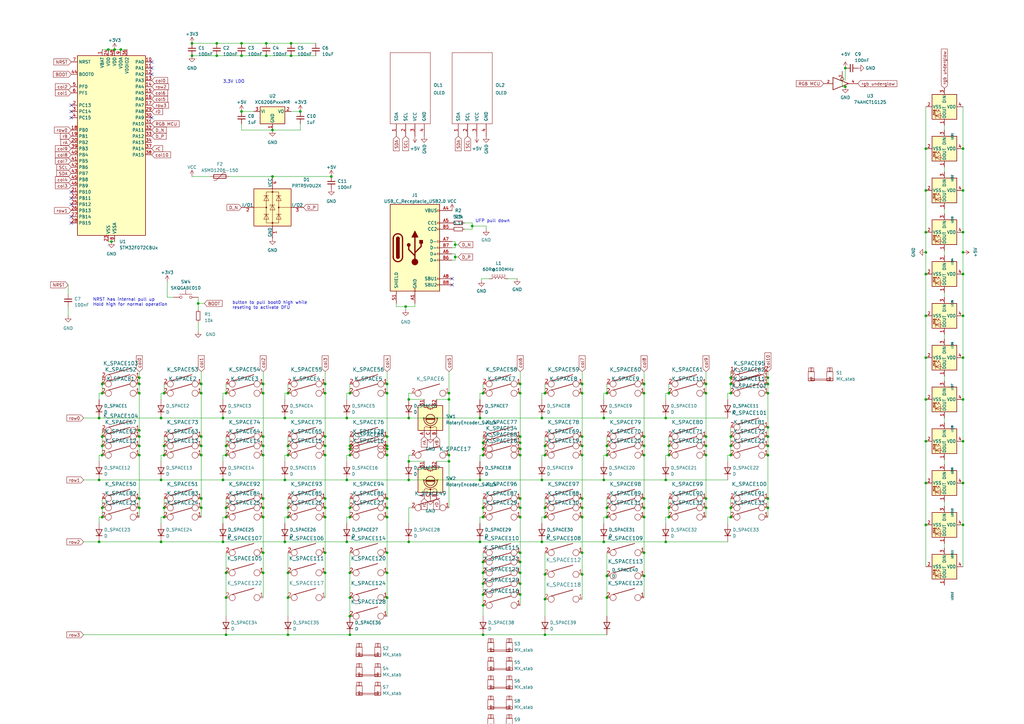
<source format=kicad_sch>
(kicad_sch (version 20230121) (generator eeschema)
  (paper "A3")
  (junction (at 158.75 208.28))
  (junction (at 82.55 186.69))
  (junction (at 91.44 171.45))
  (junction (at 299.72 212.09))
  (junction (at 143.51 161.29))
  (junction (at 289.56 204.47))
  (junction (at 40.64 222.25))
  (junction (at 111.76 72.39))
  (junction (at 167.64 196.85))
  (junction (at 264.16 161.29))
  (junction (at 193.675 92.71))
  (junction (at 198.12 260.35))
  (junction (at 238.76 186.69))
  (junction (at 238.76 226.695))
  (junction (at 57.15 204.47))
  (junction (at 57.15 176.53))
  (junction (at 264.16 182.88))
  (junction (at 314.96 186.69))
  (junction (at 198.12 208.28))
  (junction (at 186.69 105.41))
  (junction (at 264.16 236.22))
  (junction (at 289.56 186.69))
  (junction (at 198.12 243.84))
  (junction (at 143.51 234.95))
  (junction (at 78.74 22.86))
  (junction (at 67.31 161.29))
  (junction (at 167.64 222.25))
  (junction (at 107.95 182.88))
  (junction (at 223.52 182.88))
  (junction (at 92.71 208.28))
  (junction (at 299.72 179.07))
  (junction (at 379.73 198.12))
  (junction (at 158.75 161.29))
  (junction (at 44.45 20.32))
  (junction (at 186.69 100.33))
  (junction (at 158.75 212.09))
  (junction (at 57.15 157.48))
  (junction (at 143.51 182.88))
  (junction (at 41.91 212.09))
  (junction (at 238.76 182.88))
  (junction (at 123.19 45.72))
  (junction (at 41.91 161.29))
  (junction (at 158.75 245.11))
  (junction (at 394.97 60.96))
  (junction (at 49.53 20.32))
  (junction (at 82.55 157.48))
  (junction (at 41.91 182.88))
  (junction (at 274.32 208.28))
  (junction (at 109.22 22.86))
  (junction (at 314.96 154.94))
  (junction (at 133.35 182.88))
  (junction (at 57.15 161.29))
  (junction (at 133.35 157.48))
  (junction (at 66.04 171.45))
  (junction (at 158.75 184.15))
  (junction (at 46.99 20.32))
  (junction (at 107.95 179.07))
  (junction (at 107.95 161.29))
  (junction (at 66.04 196.85))
  (junction (at 273.05 171.45))
  (junction (at 264.16 204.47))
  (junction (at 213.36 184.15))
  (junction (at 143.51 184.15))
  (junction (at 143.51 245.11))
  (junction (at 289.56 157.48))
  (junction (at 116.84 171.45))
  (junction (at 346.71 27.94))
  (junction (at 379.73 163.83))
  (junction (at 213.36 204.47))
  (junction (at 107.95 212.09))
  (junction (at 198.12 248.285))
  (junction (at 379.73 112.395))
  (junction (at 248.92 236.22))
  (junction (at 92.71 260.35))
  (junction (at 133.35 204.47))
  (junction (at 274.32 212.09))
  (junction (at 118.11 182.88))
  (junction (at 82.55 208.28))
  (junction (at 238.76 179.07))
  (junction (at 45.72 99.06))
  (junction (at 158.75 179.07))
  (junction (at 88.9 17.78))
  (junction (at 133.35 161.29))
  (junction (at 67.31 186.69))
  (junction (at 158.75 157.48))
  (junction (at 379.73 78.105))
  (junction (at 41.91 208.28))
  (junction (at 314.96 161.29))
  (junction (at 116.84 196.85))
  (junction (at 133.35 186.69))
  (junction (at 167.64 189.23))
  (junction (at 198.12 239.395))
  (junction (at 222.25 196.85))
  (junction (at 394.97 215.265))
  (junction (at 198.12 230.505))
  (junction (at 66.04 222.25))
  (junction (at 379.73 60.96))
  (junction (at 107.95 186.69))
  (junction (at 57.15 186.69))
  (junction (at 143.51 260.35))
  (junction (at 299.72 186.69))
  (junction (at 196.85 196.85))
  (junction (at 238.76 204.47))
  (junction (at 223.52 260.35))
  (junction (at 299.72 157.48))
  (junction (at 379.73 215.265))
  (junction (at 41.91 186.69))
  (junction (at 198.12 181.61))
  (junction (at 57.15 154.94))
  (junction (at 223.52 212.09))
  (junction (at 133.35 226.695))
  (junction (at 264.16 179.07))
  (junction (at 264.16 226.695))
  (junction (at 379.73 146.685))
  (junction (at 99.06 17.78))
  (junction (at 223.52 235.585))
  (junction (at 314.96 179.07))
  (junction (at 143.51 252.73))
  (junction (at 82.55 182.88))
  (junction (at 118.11 212.09))
  (junction (at 158.75 226.695))
  (junction (at 99.06 45.72))
  (junction (at 158.75 186.69))
  (junction (at 133.35 208.28))
  (junction (at 274.32 182.88))
  (junction (at 118.11 161.29))
  (junction (at 264.16 157.48))
  (junction (at 238.76 235.585))
  (junction (at 82.55 161.29))
  (junction (at 184.15 161.29))
  (junction (at 213.36 212.09))
  (junction (at 111.76 53.34))
  (junction (at 158.75 234.95))
  (junction (at 247.65 196.85))
  (junction (at 222.25 171.45))
  (junction (at 143.51 212.09))
  (junction (at 143.51 186.69))
  (junction (at 92.71 161.29))
  (junction (at 213.36 186.69))
  (junction (at 248.92 245.11))
  (junction (at 142.24 222.25))
  (junction (at 314.96 157.48))
  (junction (at 118.11 260.35))
  (junction (at 198.12 184.15))
  (junction (at 57.15 179.07))
  (junction (at 289.56 182.88))
  (junction (at 67.31 208.28))
  (junction (at 92.71 234.95))
  (junction (at 223.52 208.28))
  (junction (at 213.36 181.61))
  (junction (at 299.72 154.94))
  (junction (at 40.64 171.45))
  (junction (at 118.11 234.95))
  (junction (at 213.36 230.505))
  (junction (at 158.75 204.47))
  (junction (at 119.38 22.86))
  (junction (at 213.36 157.48))
  (junction (at 57.15 182.88))
  (junction (at 213.36 208.28))
  (junction (at 184.15 186.69))
  (junction (at 273.05 196.85))
  (junction (at 135.89 72.39))
  (junction (at 82.55 179.07))
  (junction (at 394.97 180.975))
  (junction (at 379.73 103.505))
  (junction (at 118.11 208.28))
  (junction (at 167.64 171.45))
  (junction (at 142.24 196.85))
  (junction (at 57.15 208.28))
  (junction (at 41.91 179.07))
  (junction (at 394.97 198.12))
  (junction (at 238.76 208.28))
  (junction (at 107.95 234.95))
  (junction (at 299.72 182.88))
  (junction (at 394.97 129.54))
  (junction (at 198.12 212.09))
  (junction (at 248.92 212.09))
  (junction (at 289.56 179.07))
  (junction (at 264.16 212.09))
  (junction (at 289.56 208.28))
  (junction (at 223.52 186.69))
  (junction (at 88.9 22.86))
  (junction (at 196.85 171.45))
  (junction (at 299.72 161.29))
  (junction (at 346.71 35.56))
  (junction (at 92.71 245.11))
  (junction (at 379.73 129.54))
  (junction (at 91.44 196.85))
  (junction (at 67.31 212.09))
  (junction (at 394.97 146.685))
  (junction (at 196.85 222.25))
  (junction (at 198.12 234.95))
  (junction (at 142.24 171.45))
  (junction (at 143.51 208.28))
  (junction (at 314.96 204.47))
  (junction (at 184.15 163.83))
  (junction (at 198.12 161.29))
  (junction (at 92.71 182.88))
  (junction (at 41.91 157.48))
  (junction (at 81.28 124.46))
  (junction (at 107.95 157.48))
  (junction (at 158.75 182.88))
  (junction (at 213.36 179.07))
  (junction (at 99.06 22.86))
  (junction (at 109.22 17.78))
  (junction (at 92.71 212.09))
  (junction (at 394.97 112.395))
  (junction (at 166.37 125.73))
  (junction (at 213.36 239.395))
  (junction (at 119.38 17.78))
  (junction (at 394.97 163.83))
  (junction (at 40.64 196.85))
  (junction (at 118.11 186.69))
  (junction (at 213.36 243.84))
  (junction (at 223.52 245.745))
  (junction (at 118.11 245.11))
  (junction (at 198.12 186.69))
  (junction (at 394.97 103.505))
  (junction (at 314.96 208.28))
  (junction (at 184.15 189.23))
  (junction (at 314.96 182.88))
  (junction (at 248.92 186.69))
  (junction (at 67.31 182.88))
  (junction (at 238.76 212.09))
  (junction (at 379.73 180.975))
  (junction (at 107.95 226.695))
  (junction (at 248.92 182.88))
  (junction (at 133.35 212.09))
  (junction (at 379.73 95.25))
  (junction (at 91.44 222.25))
  (junction (at 78.74 17.78))
  (junction (at 248.92 161.29))
  (junction (at 248.92 208.28))
  (junction (at 238.76 157.48))
  (junction (at 274.32 186.69))
  (junction (at 133.35 234.95))
  (junction (at 107.95 204.47))
  (junction (at 222.25 222.25))
  (junction (at 107.95 208.28))
  (junction (at 133.35 179.07))
  (junction (at 264.16 186.69))
  (junction (at 273.05 222.25))
  (junction (at 213.36 234.95))
  (junction (at 247.65 171.45))
  (junction (at 92.71 186.69))
  (junction (at 274.32 161.29))
  (junction (at 394.97 95.25))
  (junction (at 116.84 222.25))
  (junction (at 213.36 161.29))
  (junction (at 394.97 78.105))
  (junction (at 82.55 204.47))
  (junction (at 264.16 208.28))
  (junction (at 213.36 226.695))
  (junction (at 238.76 161.29))
  (junction (at 299.72 208.28))
  (junction (at 247.65 222.25))
  (junction (at 223.52 161.29))
  (junction (at 167.64 163.83))
  (junction (at 289.56 161.29))
  (junction (at 314.96 175.26))
  (no_connect (at 29.21 88.9))
  (no_connect (at 29.21 81.28))
  (no_connect (at 185.42 116.84))
  (no_connect (at 29.21 43.18))
  (no_connect (at 29.21 78.74))
  (no_connect (at 29.21 45.72))
  (no_connect (at 62.23 48.26))
  (no_connect (at 62.23 27.94))
  (no_connect (at 185.42 114.3))
  (no_connect (at 62.23 25.4))
  (no_connect (at 62.23 30.48))
  (no_connect (at 29.21 91.44))
  (no_connect (at 29.21 48.26))
  (no_connect (at 29.21 83.82))
  (wire (pts (xy 119.38 45.72) (xy 123.19 45.72)))
  (wire (pts (xy 44.45 20.32) (xy 46.99 20.32)))
  (wire (pts (xy 213.36 208.28) (xy 213.36 212.09)))
  (wire (pts (xy 223.52 235.585) (xy 223.52 245.745)))
  (wire (pts (xy 81.28 121.92) (xy 81.28 124.46)))
  (wire (pts (xy 196.85 161.29) (xy 196.85 163.83)))
  (wire (pts (xy 247.65 171.45) (xy 273.05 171.45)))
  (wire (pts (xy 379.73 112.395) (xy 379.73 129.54)))
  (wire (pts (xy 142.24 196.85) (xy 167.64 196.85)))
  (wire (pts (xy 109.22 22.86) (xy 119.38 22.86)))
  (wire (pts (xy 184.15 163.83) (xy 184.15 161.29)))
  (wire (pts (xy 82.55 208.28) (xy 82.55 204.47)))
  (wire (pts (xy 223.52 186.69) (xy 222.25 186.69)))
  (wire (pts (xy 57.15 182.88) (xy 57.15 179.07)))
  (wire (pts (xy 82.55 179.07) (xy 82.55 161.29)))
  (wire (pts (xy 222.25 161.29) (xy 222.25 163.83)))
  (wire (pts (xy 91.44 161.29) (xy 91.44 163.83)))
  (wire (pts (xy 91.44 222.25) (xy 116.84 222.25)))
  (wire (pts (xy 133.35 226.695) (xy 133.35 234.95)))
  (wire (pts (xy 193.675 92.71) (xy 193.675 91.44)))
  (wire (pts (xy 143.51 204.47) (xy 143.51 208.28)))
  (wire (pts (xy 158.75 182.88) (xy 158.75 184.15)))
  (wire (pts (xy 223.52 204.47) (xy 223.52 208.28)))
  (wire (pts (xy 143.51 260.35) (xy 198.12 260.35)))
  (wire (pts (xy 379.73 163.83) (xy 379.73 180.975)))
  (wire (pts (xy 45.72 99.06) (xy 46.99 99.06)))
  (wire (pts (xy 99.06 45.72) (xy 104.14 45.72)))
  (wire (pts (xy 314.96 179.07) (xy 314.96 175.26)))
  (wire (pts (xy 34.29 196.85) (xy 40.64 196.85)))
  (wire (pts (xy 167.64 186.69) (xy 167.64 189.23)))
  (wire (pts (xy 184.15 152.4) (xy 184.15 161.29)))
  (wire (pts (xy 198.12 204.47) (xy 198.12 208.28)))
  (wire (pts (xy 298.45 212.09) (xy 298.45 214.63)))
  (wire (pts (xy 379.73 180.975) (xy 379.73 198.12)))
  (wire (pts (xy 66.04 212.09) (xy 66.04 214.63)))
  (wire (pts (xy 118.11 260.35) (xy 143.51 260.35)))
  (wire (pts (xy 118.11 186.69) (xy 116.84 186.69)))
  (wire (pts (xy 109.22 17.78) (xy 119.38 17.78)))
  (wire (pts (xy 247.65 186.69) (xy 247.65 189.23)))
  (wire (pts (xy 379.73 43.815) (xy 379.73 60.96)))
  (wire (pts (xy 66.04 171.45) (xy 91.44 171.45)))
  (wire (pts (xy 248.92 182.88) (xy 248.92 186.69)))
  (wire (pts (xy 298.45 161.29) (xy 298.45 163.83)))
  (wire (pts (xy 40.64 212.09) (xy 40.64 214.63)))
  (wire (pts (xy 158.75 208.28) (xy 158.75 204.47)))
  (wire (pts (xy 166.37 125.73) (xy 170.18 125.73)))
  (wire (pts (xy 92.71 186.69) (xy 91.44 186.69)))
  (wire (pts (xy 118.11 204.47) (xy 118.11 208.28)))
  (wire (pts (xy 314.96 204.47) (xy 314.96 186.69)))
  (wire (pts (xy 143.51 226.695) (xy 143.51 234.95)))
  (wire (pts (xy 118.11 212.09) (xy 116.84 212.09)))
  (wire (pts (xy 158.75 179.07) (xy 158.75 161.29)))
  (wire (pts (xy 116.84 196.85) (xy 142.24 196.85)))
  (wire (pts (xy 213.36 234.95) (xy 213.36 239.395)))
  (wire (pts (xy 133.35 212.09) (xy 133.35 226.695)))
  (wire (pts (xy 92.71 245.11) (xy 92.71 252.73)))
  (wire (pts (xy 167.64 222.25) (xy 196.85 222.25)))
  (wire (pts (xy 41.91 20.32) (xy 44.45 20.32)))
  (wire (pts (xy 387.35 120.015) (xy 387.35 121.92)))
  (wire (pts (xy 49.53 20.32) (xy 52.07 20.32)))
  (wire (pts (xy 379.73 215.265) (xy 379.73 232.41)))
  (wire (pts (xy 67.31 204.47) (xy 67.31 208.28)))
  (wire (pts (xy 223.52 161.29) (xy 222.25 161.29)))
  (wire (pts (xy 57.15 204.47) (xy 57.15 208.28)))
  (wire (pts (xy 82.55 152.4) (xy 82.55 157.48)))
  (wire (pts (xy 299.72 208.28) (xy 299.72 212.09)))
  (wire (pts (xy 119.38 22.86) (xy 129.54 22.86)))
  (wire (pts (xy 379.73 95.25) (xy 379.73 103.505)))
  (wire (pts (xy 248.92 204.47) (xy 248.92 208.28)))
  (wire (pts (xy 82.55 204.47) (xy 82.55 186.69)))
  (wire (pts (xy 264.16 179.07) (xy 264.16 161.29)))
  (wire (pts (xy 123.19 50.8) (xy 123.19 53.34)))
  (wire (pts (xy 81.28 132.08) (xy 81.28 135.89)))
  (wire (pts (xy 238.76 161.29) (xy 238.76 179.07)))
  (wire (pts (xy 238.76 157.48) (xy 238.76 161.29)))
  (wire (pts (xy 107.95 234.95) (xy 107.95 245.11)))
  (wire (pts (xy 67.31 186.69) (xy 66.04 186.69)))
  (wire (pts (xy 223.52 226.695) (xy 223.52 235.585)))
  (wire (pts (xy 394.97 103.505) (xy 394.97 112.395)))
  (wire (pts (xy 198.12 230.505) (xy 198.12 234.95)))
  (wire (pts (xy 40.64 171.45) (xy 66.04 171.45)))
  (wire (pts (xy 387.35 154.305) (xy 387.35 156.21)))
  (wire (pts (xy 88.9 17.78) (xy 99.06 17.78)))
  (wire (pts (xy 387.35 222.885) (xy 387.35 224.79)))
  (wire (pts (xy 78.74 22.86) (xy 88.9 22.86)))
  (wire (pts (xy 158.75 186.69) (xy 158.75 184.15)))
  (wire (pts (xy 289.56 208.28) (xy 289.56 204.47)))
  (wire (pts (xy 67.31 182.88) (xy 67.31 186.69)))
  (wire (pts (xy 314.96 186.69) (xy 314.96 182.88)))
  (wire (pts (xy 248.92 157.48) (xy 248.92 161.29)))
  (wire (pts (xy 198.12 181.61) (xy 198.12 184.15)))
  (wire (pts (xy 111.76 72.39) (xy 135.89 72.39)))
  (wire (pts (xy 57.15 208.28) (xy 57.15 212.09)))
  (wire (pts (xy 67.31 179.07) (xy 67.31 182.88)))
  (wire (pts (xy 223.52 208.28) (xy 223.52 212.09)))
  (wire (pts (xy 273.05 186.69) (xy 273.05 189.23)))
  (wire (pts (xy 222.25 196.85) (xy 247.65 196.85)))
  (wire (pts (xy 34.29 222.25) (xy 40.64 222.25)))
  (wire (pts (xy 78.74 72.39) (xy 86.36 72.39)))
  (wire (pts (xy 314.96 154.94) (xy 314.96 157.48)))
  (wire (pts (xy 186.69 106.68) (xy 186.69 105.41)))
  (wire (pts (xy 248.92 186.69) (xy 247.65 186.69)))
  (wire (pts (xy 394.97 60.96) (xy 394.97 78.105)))
  (wire (pts (xy 314.96 182.88) (xy 314.96 179.07)))
  (wire (pts (xy 223.52 182.88) (xy 223.52 186.69)))
  (wire (pts (xy 264.16 186.69) (xy 264.16 182.88)))
  (wire (pts (xy 314.96 212.09) (xy 314.96 208.28)))
  (wire (pts (xy 133.35 204.47) (xy 133.35 186.69)))
  (wire (pts (xy 167.64 208.28) (xy 167.64 214.63)))
  (wire (pts (xy 274.32 212.09) (xy 273.05 212.09)))
  (wire (pts (xy 107.95 182.88) (xy 107.95 179.07)))
  (wire (pts (xy 168.91 186.69) (xy 167.64 186.69)))
  (wire (pts (xy 107.95 204.47) (xy 107.95 186.69)))
  (wire (pts (xy 167.64 161.29) (xy 167.64 163.83)))
  (wire (pts (xy 213.36 181.61) (xy 213.36 184.15)))
  (wire (pts (xy 198.12 179.07) (xy 198.12 181.61)))
  (wire (pts (xy 107.95 212.09) (xy 107.95 226.695)))
  (wire (pts (xy 289.56 182.88) (xy 289.56 179.07)))
  (wire (pts (xy 394.97 95.25) (xy 394.97 103.505)))
  (wire (pts (xy 387.35 85.725) (xy 387.35 87.63)))
  (wire (pts (xy 186.69 105.41) (xy 187.96 105.41)))
  (wire (pts (xy 299.72 212.09) (xy 298.45 212.09)))
  (wire (pts (xy 379.73 146.685) (xy 379.73 163.83)))
  (wire (pts (xy 238.76 226.695) (xy 238.76 235.585)))
  (wire (pts (xy 264.16 182.88) (xy 264.16 179.07)))
  (wire (pts (xy 118.11 161.29) (xy 116.84 161.29)))
  (wire (pts (xy 273.05 171.45) (xy 298.45 171.45)))
  (wire (pts (xy 158.75 234.95) (xy 158.75 245.11)))
  (wire (pts (xy 143.51 208.28) (xy 143.51 212.09)))
  (wire (pts (xy 264.16 208.28) (xy 264.16 204.47)))
  (wire (pts (xy 264.16 212.09) (xy 264.16 208.28)))
  (wire (pts (xy 143.51 157.48) (xy 143.51 161.29)))
  (wire (pts (xy 394.97 163.83) (xy 394.97 180.975)))
  (wire (pts (xy 198.12 234.95) (xy 198.12 239.395)))
  (wire (pts (xy 162.56 124.46) (xy 162.56 125.73)))
  (wire (pts (xy 299.72 175.26) (xy 299.72 179.07)))
  (wire (pts (xy 185.42 101.6) (xy 186.69 101.6)))
  (wire (pts (xy 107.95 212.09) (xy 107.95 208.28)))
  (wire (pts (xy 82.55 182.88) (xy 82.55 179.07)))
  (wire (pts (xy 167.64 208.28) (xy 168.91 208.28)))
  (wire (pts (xy 67.31 208.28) (xy 67.31 212.09)))
  (wire (pts (xy 274.32 179.07) (xy 274.32 182.88)))
  (wire (pts (xy 186.69 100.33) (xy 186.69 101.6)))
  (wire (pts (xy 107.95 157.48) (xy 107.95 161.29)))
  (wire (pts (xy 186.69 99.06) (xy 186.69 100.33)))
  (wire (pts (xy 57.15 179.07) (xy 57.15 176.53)))
  (wire (pts (xy 274.32 204.47) (xy 274.32 208.28)))
  (wire (pts (xy 27.94 125.73) (xy 27.94 129.54)))
  (wire (pts (xy 82.55 212.09) (xy 82.55 208.28)))
  (wire (pts (xy 314.96 152.4) (xy 314.96 154.94)))
  (wire (pts (xy 223.52 157.48) (xy 223.52 161.29)))
  (wire (pts (xy 184.15 163.83) (xy 184.15 186.69)))
  (wire (pts (xy 248.92 245.11) (xy 248.92 252.73)))
  (wire (pts (xy 66.04 222.25) (xy 91.44 222.25)))
  (wire (pts (xy 88.9 22.86) (xy 99.06 22.86)))
  (wire (pts (xy 99.06 17.78) (xy 109.22 17.78)))
  (wire (pts (xy 196.85 186.69) (xy 196.85 189.23)))
  (wire (pts (xy 78.74 17.78) (xy 88.9 17.78)))
  (wire (pts (xy 116.84 171.45) (xy 142.24 171.45)))
  (wire (pts (xy 68.58 115.57) (xy 68.58 121.92)))
  (wire (pts (xy 238.76 182.88) (xy 238.76 186.69)))
  (wire (pts (xy 193.675 93.98) (xy 193.675 92.71)))
  (wire (pts (xy 57.15 176.53) (xy 57.15 161.29)))
  (wire (pts (xy 223.52 179.07) (xy 223.52 182.88)))
  (wire (pts (xy 158.75 204.47) (xy 158.75 186.69)))
  (wire (pts (xy 213.36 230.505) (xy 213.36 234.95)))
  (wire (pts (xy 223.52 245.745) (xy 223.52 252.73)))
  (wire (pts (xy 116.84 212.09) (xy 116.84 214.63)))
  (wire (pts (xy 142.24 161.29) (xy 142.24 163.83)))
  (wire (pts (xy 99.06 50.8) (xy 99.06 53.34)))
  (wire (pts (xy 387.35 68.58) (xy 387.35 70.485)))
  (wire (pts (xy 142.24 222.25) (xy 167.64 222.25)))
  (wire (pts (xy 118.11 179.07) (xy 118.11 182.88)))
  (wire (pts (xy 264.16 152.4) (xy 264.16 157.48)))
  (wire (pts (xy 314.96 208.28) (xy 314.96 204.47)))
  (wire (pts (xy 289.56 179.07) (xy 289.56 161.29)))
  (wire (pts (xy 118.11 182.88) (xy 118.11 186.69)))
  (wire (pts (xy 41.91 154.94) (xy 41.91 157.48)))
  (wire (pts (xy 34.29 260.35) (xy 92.71 260.35)))
  (wire (pts (xy 299.72 179.07) (xy 299.72 182.88)))
  (wire (pts (xy 57.15 186.69) (xy 57.15 204.47)))
  (wire (pts (xy 346.71 35.56) (xy 345.44 35.56)))
  (wire (pts (xy 68.58 121.92) (xy 71.12 121.92)))
  (wire (pts (xy 143.51 234.95) (xy 143.51 245.11)))
  (wire (pts (xy 238.76 204.47) (xy 238.76 208.28)))
  (wire (pts (xy 222.25 186.69) (xy 222.25 189.23)))
  (wire (pts (xy 133.35 234.95) (xy 133.35 245.11)))
  (wire (pts (xy 298.45 186.69) (xy 298.45 189.23)))
  (wire (pts (xy 57.15 157.48) (xy 57.15 161.29)))
  (wire (pts (xy 274.32 161.29) (xy 273.05 161.29)))
  (wire (pts (xy 41.91 179.07) (xy 41.91 182.88)))
  (wire (pts (xy 222.25 171.45) (xy 247.65 171.45)))
  (wire (pts (xy 166.37 127) (xy 166.37 125.73)))
  (wire (pts (xy 158.75 245.11) (xy 158.75 252.73)))
  (wire (pts (xy 198.12 226.695) (xy 198.12 230.505)))
  (wire (pts (xy 92.71 182.88) (xy 92.71 186.69)))
  (wire (pts (xy 133.35 179.07) (xy 133.35 161.29)))
  (wire (pts (xy 41.91 186.69) (xy 40.64 186.69)))
  (wire (pts (xy 198.12 157.48) (xy 198.12 161.29)))
  (wire (pts (xy 67.31 161.29) (xy 66.04 161.29)))
  (wire (pts (xy 198.12 260.35) (xy 223.52 260.35)))
  (wire (pts (xy 198.12 184.15) (xy 198.12 186.69)))
  (wire (pts (xy 91.44 212.09) (xy 91.44 214.63)))
  (wire (pts (xy 213.36 186.69) (xy 213.36 184.15)))
  (wire (pts (xy 198.12 239.395) (xy 198.12 243.84)))
  (wire (pts (xy 222.25 222.25) (xy 247.65 222.25)))
  (wire (pts (xy 299.72 186.69) (xy 298.45 186.69)))
  (wire (pts (xy 196.85 196.85) (xy 222.25 196.85)))
  (wire (pts (xy 92.71 234.95) (xy 92.71 245.11)))
  (wire (pts (xy 158.75 212.09) (xy 158.75 226.695)))
  (wire (pts (xy 196.85 222.25) (xy 222.25 222.25)))
  (wire (pts (xy 67.31 157.48) (xy 67.31 161.29)))
  (wire (pts (xy 394.97 129.54) (xy 394.97 146.685)))
  (wire (pts (xy 167.64 189.23) (xy 173.99 189.23)))
  (wire (pts (xy 213.36 239.395) (xy 213.36 243.84)))
  (wire (pts (xy 196.85 171.45) (xy 222.25 171.45)))
  (wire (pts (xy 273.05 212.09) (xy 273.05 214.63)))
  (wire (pts (xy 264.16 226.695) (xy 264.16 236.22)))
  (wire (pts (xy 81.28 124.46) (xy 83.82 124.46)))
  (wire (pts (xy 289.56 152.4) (xy 289.56 157.48)))
  (wire (pts (xy 91.44 186.69) (xy 91.44 189.23)))
  (wire (pts (xy 92.71 212.09) (xy 91.44 212.09)))
  (wire (pts (xy 213.36 186.69) (xy 213.36 204.47)))
  (wire (pts (xy 212.09 114.3) (xy 208.28 114.3)))
  (wire (pts (xy 41.91 208.28) (xy 41.91 212.09)))
  (wire (pts (xy 222.25 212.09) (xy 222.25 214.63)))
  (wire (pts (xy 116.84 161.29) (xy 116.84 163.83)))
  (wire (pts (xy 345.44 35.56) (xy 345.44 29.21)))
  (wire (pts (xy 248.92 236.22) (xy 248.92 245.11)))
  (wire (pts (xy 158.75 226.695) (xy 158.75 234.95)))
  (wire (pts (xy 394.97 146.685) (xy 394.97 163.83)))
  (wire (pts (xy 274.32 157.48) (xy 274.32 161.29)))
  (wire (pts (xy 133.35 152.4) (xy 133.35 157.48)))
  (wire (pts (xy 196.85 212.09) (xy 196.85 214.63)))
  (wire (pts (xy 213.36 179.07) (xy 213.36 161.29)))
  (wire (pts (xy 238.76 186.69) (xy 238.76 204.47)))
  (wire (pts (xy 46.99 20.32) (xy 49.53 20.32)))
  (wire (pts (xy 57.15 154.94) (xy 57.15 157.48)))
  (wire (pts (xy 299.72 154.94) (xy 299.72 157.48)))
  (wire (pts (xy 184.15 189.23) (xy 184.15 186.69)))
  (wire (pts (xy 44.45 99.06) (xy 45.72 99.06)))
  (wire (pts (xy 299.72 182.88) (xy 299.72 186.69)))
  (wire (pts (xy 41.91 212.09) (xy 40.64 212.09)))
  (wire (pts (xy 92.71 208.28) (xy 92.71 212.09)))
  (wire (pts (xy 91.44 196.85) (xy 116.84 196.85)))
  (wire (pts (xy 247.65 222.25) (xy 273.05 222.25)))
  (wire (pts (xy 107.95 208.28) (xy 107.95 204.47)))
  (wire (pts (xy 199.39 92.71) (xy 199.39 93.98)))
  (wire (pts (xy 248.92 226.695) (xy 248.92 236.22)))
  (wire (pts (xy 40.64 222.25) (xy 66.04 222.25)))
  (wire (pts (xy 314.96 175.26) (xy 314.96 161.29)))
  (wire (pts (xy 198.12 208.28) (xy 198.12 212.09)))
  (wire (pts (xy 213.36 157.48) (xy 213.36 161.29)))
  (wire (pts (xy 40.64 161.29) (xy 40.64 163.83)))
  (wire (pts (xy 387.35 102.87) (xy 387.35 104.775)))
  (wire (pts (xy 41.91 176.53) (xy 41.91 179.07)))
  (wire (pts (xy 133.35 157.48) (xy 133.35 161.29)))
  (wire (pts (xy 387.35 205.74) (xy 387.35 207.645)))
  (wire (pts (xy 186.69 104.14) (xy 186.69 105.41)))
  (wire (pts (xy 379.73 198.12) (xy 379.73 215.265)))
  (wire (pts (xy 387.35 51.435) (xy 387.35 53.34)))
  (wire (pts (xy 274.32 208.28) (xy 274.32 212.09)))
  (wire (pts (xy 190.5 91.44) (xy 193.675 91.44)))
  (wire (pts (xy 394.97 198.12) (xy 394.97 215.265)))
  (wire (pts (xy 93.98 72.39) (xy 111.76 72.39)))
  (wire (pts (xy 118.11 157.48) (xy 118.11 161.29)))
  (wire (pts (xy 118.11 226.695) (xy 118.11 234.95)))
  (wire (pts (xy 238.76 179.07) (xy 238.76 182.88)))
  (wire (pts (xy 394.97 43.815) (xy 394.97 60.96)))
  (wire (pts (xy 185.42 99.06) (xy 186.69 99.06)))
  (wire (pts (xy 99.06 22.86) (xy 109.22 22.86)))
  (wire (pts (xy 107.95 226.695) (xy 107.95 234.95)))
  (wire (pts (xy 92.71 226.695) (xy 92.71 234.95)))
  (wire (pts (xy 299.72 157.48) (xy 299.72 161.29)))
  (wire (pts (xy 119.38 17.78) (xy 129.54 17.78)))
  (wire (pts (xy 81.28 124.46) (xy 81.28 127)))
  (wire (pts (xy 198.12 243.84) (xy 198.12 248.285)))
  (wire (pts (xy 116.84 186.69) (xy 116.84 189.23)))
  (wire (pts (xy 238.76 235.585) (xy 238.76 245.745)))
  (wire (pts (xy 274.32 186.69) (xy 273.05 186.69)))
  (wire (pts (xy 41.91 182.88) (xy 41.91 186.69)))
  (wire (pts (xy 82.55 186.69) (xy 82.55 182.88)))
  (wire (pts (xy 143.51 186.69) (xy 142.24 186.69)))
  (wire (pts (xy 167.64 163.83) (xy 173.99 163.83)))
  (wire (pts (xy 248.92 179.07) (xy 248.92 182.88)))
  (wire (pts (xy 143.51 182.88) (xy 143.51 184.15)))
  (wire (pts (xy 34.29 171.45) (xy 40.64 171.45)))
  (wire (pts (xy 223.52 260.35) (xy 248.92 260.35)))
  (wire (pts (xy 198.12 161.29) (xy 196.85 161.29)))
  (wire (pts (xy 394.97 112.395) (xy 394.97 129.54)))
  (wire (pts (xy 299.72 161.29) (xy 298.45 161.29)))
  (wire (pts (xy 116.84 222.25) (xy 142.24 222.25)))
  (wire (pts (xy 289.56 157.48) (xy 289.56 161.29)))
  (wire (pts (xy 168.91 161.29) (xy 167.64 161.29)))
  (wire (pts (xy 394.97 78.105) (xy 394.97 95.25)))
  (wire (pts (xy 185.42 104.14) (xy 186.69 104.14)))
  (wire (pts (xy 264.16 236.22) (xy 264.16 245.11)))
  (wire (pts (xy 143.51 179.07) (xy 143.51 182.88)))
  (wire (pts (xy 289.56 186.69) (xy 289.56 182.88)))
  (wire (pts (xy 143.51 184.15) (xy 143.51 186.69)))
  (wire (pts (xy 118.11 245.11) (xy 118.11 252.73)))
  (wire (pts (xy 162.56 125.73) (xy 166.37 125.73)))
  (wire (pts (xy 273.05 161.29) (xy 273.05 163.83)))
  (wire (pts (xy 40.64 186.69) (xy 40.64 189.23)))
  (wire (pts (xy 91.44 171.45) (xy 116.84 171.45)))
  (wire (pts (xy 158.75 152.4) (xy 158.75 157.48)))
  (wire (pts (xy 92.71 204.47) (xy 92.71 208.28)))
  (wire (pts (xy 274.32 182.88) (xy 274.32 186.69)))
  (wire (pts (xy 133.35 182.88) (xy 133.35 179.07)))
  (wire (pts (xy 143.51 212.09) (xy 142.24 212.09)))
  (wire (pts (xy 92.71 260.35) (xy 118.11 260.35)))
  (wire (pts (xy 179.07 163.83) (xy 184.15 163.83)))
  (wire (pts (xy 107.95 152.4) (xy 107.95 157.48)))
  (wire (pts (xy 379.73 129.54) (xy 379.73 146.685)))
  (wire (pts (xy 99.06 53.34) (xy 111.76 53.34)))
  (wire (pts (xy 133.35 208.28) (xy 133.35 204.47)))
  (wire (pts (xy 158.75 212.09) (xy 158.75 208.28)))
  (wire (pts (xy 190.5 93.98) (xy 193.675 93.98)))
  (wire (pts (xy 198.12 186.69) (xy 196.85 186.69)))
  (wire (pts (xy 198.12 212.09) (xy 196.85 212.09)))
  (wire (pts (xy 379.73 78.105) (xy 379.73 95.25)))
  (wire (pts (xy 193.675 92.71) (xy 199.39 92.71)))
  (wire (pts (xy 213.36 243.84) (xy 213.36 248.285)))
  (wire (pts (xy 198.12 248.285) (xy 198.12 252.73)))
  (wire (pts (xy 107.95 186.69) (xy 107.95 182.88)))
  (wire (pts (xy 57.15 152.4) (xy 57.15 154.94)))
  (wire (pts (xy 133.35 212.09) (xy 133.35 208.28)))
  (wire (pts (xy 273.05 222.25) (xy 298.45 222.25)))
  (wire (pts (xy 264.16 204.47) (xy 264.16 186.69)))
  (wire (pts (xy 387.35 137.16) (xy 387.35 139.065)))
  (wire (pts (xy 248.92 208.28) (xy 248.92 212.09)))
  (wire (pts (xy 213.36 204.47) (xy 213.36 208.28)))
  (wire (pts (xy 213.36 152.4) (xy 213.36 157.48)))
  (wire (pts (xy 299.72 204.47) (xy 299.72 208.28)))
  (wire (pts (xy 118.11 208.28) (xy 118.11 212.09)))
  (wire (pts (xy 289.56 204.47) (xy 289.56 186.69)))
  (wire (pts (xy 213.36 226.695) (xy 213.36 230.505)))
  (wire (pts (xy 379.73 103.505) (xy 379.73 112.395)))
  (wire (pts (xy 213.36 212.09) (xy 213.36 226.695)))
  (wire (pts (xy 57.15 186.69) (xy 57.15 182.88)))
  (wire (pts (xy 314.96 157.48) (xy 314.96 161.29)))
  (wire (pts (xy 107.95 179.07) (xy 107.95 161.29)))
  (wire (pts (xy 133.35 186.69) (xy 133.35 182.88)))
  (wire (pts (xy 92.71 161.29) (xy 91.44 161.29)))
  (wire (pts (xy 346.71 27.94) (xy 346.71 33.02)))
  (wire (pts (xy 213.36 179.07) (xy 213.36 181.61)))
  (wire (pts (xy 82.55 157.48) (xy 82.55 161.29)))
  (wire (pts (xy 66.04 161.29) (xy 66.04 163.83)))
  (wire (pts (xy 185.42 106.68) (xy 186.69 106.68)))
  (wire (pts (xy 248.92 212.09) (xy 247.65 212.09)))
  (wire (pts (xy 167.64 171.45) (xy 196.85 171.45)))
  (wire (pts (xy 264.16 212.09) (xy 264.16 226.695)))
  (wire (pts (xy 223.52 212.09) (xy 222.25 212.09)))
  (wire (pts (xy 66.04 196.85) (xy 91.44 196.85)))
  (wire (pts (xy 167.64 196.85) (xy 196.85 196.85)))
  (wire (pts (xy 238.76 152.4) (xy 238.76 157.48)))
  (wire (pts (xy 118.11 234.95) (xy 118.11 245.11)))
  (wire (pts (xy 143.51 245.11) (xy 143.51 252.73)))
  (wire (pts (xy 186.69 100.33) (xy 187.96 100.33)))
  (wire (pts (xy 247.65 196.85) (xy 273.05 196.85)))
  (wire (pts (xy 197.485 114.935) (xy 197.485 114.3)))
  (wire (pts (xy 379.73 60.96) (xy 379.73 78.105)))
  (wire (pts (xy 41.91 157.48) (xy 41.91 161.29)))
  (wire (pts (xy 248.92 161.29) (xy 247.65 161.29)))
  (wire (pts (xy 264.16 157.48) (xy 264.16 161.29)))
  (wire (pts (xy 394.97 215.265) (xy 394.97 232.41)))
  (wire (pts (xy 143.51 161.29) (xy 142.24 161.29)))
  (wire (pts (xy 179.07 189.23) (xy 184.15 189.23)))
  (wire (pts (xy 41.91 204.47) (xy 41.91 208.28)))
  (wire (pts (xy 41.91 161.29) (xy 40.64 161.29)))
  (wire (pts (xy 92.71 179.07) (xy 92.71 182.88)))
  (wire (pts (xy 27.94 116.84) (xy 27.94 120.65)))
  (wire (pts (xy 247.65 161.29) (xy 247.65 163.83)))
  (wire (pts (xy 273.05 196.85) (xy 298.45 196.85)))
  (wire (pts (xy 197.485 114.3) (xy 200.66 114.3)))
  (wire (pts (xy 238.76 212.09) (xy 238.76 226.695)))
  (wire (pts (xy 394.97 180.975) (xy 394.97 198.12)))
  (wire (pts (xy 40.64 196.85) (xy 66.04 196.85)))
  (wire (pts (xy 158.75 157.48) (xy 158.75 161.29)))
  (wire (pts (xy 142.24 186.69) (xy 142.24 189.23)))
  (wire (pts (xy 158.75 179.07) (xy 158.75 182.88)))
  (wire (pts (xy 67.31 212.09) (xy 66.04 212.09)))
  (wire (pts (xy 387.35 188.595) (xy 387.35 190.5)))
  (wire (pts (xy 247.65 212.09) (xy 247.65 214.63)))
  (wire (pts (xy 142.24 212.09) (xy 142.24 214.63)))
  (wire (pts (xy 92.71 157.48) (xy 92.71 161.29)))
  (wire (pts (xy 387.35 171.45) (xy 387.35 173.355)))
  (wire (pts (xy 111.76 53.34) (xy 123.19 53.34)))
  (wire (pts (xy 289.56 212.09) (xy 289.56 208.28)))
  (wire (pts (xy 142.24 171.45) (xy 167.64 171.45)))
  (wire (pts (xy 184.15 189.23) (xy 184.15 208.28)))
  (wire (pts (xy 66.04 186.69) (xy 66.04 189.23)))
  (wire (pts (xy 299.72 152.4) (xy 299.72 154.94)))
  (wire (pts (xy 238.76 208.28) (xy 238.76 212.09)))
  (wire (pts (xy 170.18 125.73) (xy 170.18 124.46)))
  (text "button to pull boot0 high while \nreseting to activate DFU" (at 95.25 127 0) (effects (font (size 1.27 1.27)) (justify left bottom)))
  (text "3.3V LDO" (at 91.44 34.29 0) (effects (font (size 1.27 1.27)) (justify left bottom)))
  (text "UFP pull down" (at 194.945 91.44 0) (effects (font (size 1.27 1.27)) (justify left bottom)))
  (text "NRST has internal pull up\nHold high for normal operation" (at 38.1 125.73 0) (effects (font (size 1.27 1.27)) (justify left bottom)))
  (global_label "row1" (shape input) (at 34.29 196.85 180) (property "Intersheetrefs" "${INTERSHEET_REFS}" (effects hide)))
  (global_label "col6" (shape input) (at 213.36 152.4 90) (property "Intersheetrefs" "${INTERSHEET_REFS}" (effects hide)))
  (global_label "col10" (shape input) (at 314.96 152.4 90) (property "Intersheetrefs" "${INTERSHEET_REFS}" (effects hide)))
  (global_label "col4" (shape input) (at 158.75 152.4 90) (property "Intersheetrefs" "${INTERSHEET_REFS}" (effects hide)))
  (global_label "rC" (shape input) (at 173.99 204.47 270) (property "Intersheetrefs" "${INTERSHEET_REFS}" (effects hide)))
  (global_label "rgb underglow" (shape input) (at 387.35 36.195 90) (property "Intersheetrefs" "${INTERSHEET_REFS}" (effects hide)))
  (global_label "D_N" (shape input) (at 99.06 85.09 180) (property "Intersheetrefs" "${INTERSHEET_REFS}" (effects hide)))
  (global_label "col10" (shape input) (at 62.23 63.5 0) (property "Intersheetrefs" "${INTERSHEET_REFS}" (effects hide)))
  (global_label "col7" (shape input) (at 29.21 66.04 180) (property "Intersheetrefs" "${INTERSHEET_REFS}" (effects hide)))
  (global_label "col0" (shape input) (at 62.23 33.02 0) (property "Intersheetrefs" "${INTERSHEET_REFS}" (effects hide)))
  (global_label "BOOT" (shape input) (at 29.21 30.48 180) (property "Intersheetrefs" "${INTERSHEET_REFS}" (effects hide)))
  (global_label "SCL" (shape input) (at 191.77 55.88 270) (property "Intersheetrefs" "${INTERSHEET_REFS}" (effects hide)))
  (global_label "rgb underglow" (shape input) (at 351.79 34.29 0) (property "Intersheetrefs" "${INTERSHEET_REFS}" (effects hide)))
  (global_label "SDA" (shape input) (at 29.21 71.12 180) (property "Intersheetrefs" "${INTERSHEET_REFS}" (effects hide)))
  (global_label "col1" (shape input) (at 82.55 152.4 90) (property "Intersheetrefs" "${INTERSHEET_REFS}" (effects hide)))
  (global_label "col9" (shape input) (at 29.21 60.96 180) (property "Intersheetrefs" "${INTERSHEET_REFS}" (effects hide)))
  (global_label "rB" (shape input) (at 29.21 55.88 180) (property "Intersheetrefs" "${INTERSHEET_REFS}" (effects hide)))
  (global_label "col1" (shape input) (at 29.21 38.1 180) (property "Intersheetrefs" "${INTERSHEET_REFS}" (effects hide)))
  (global_label "rC" (shape input) (at 62.23 60.96 0) (property "Intersheetrefs" "${INTERSHEET_REFS}" (effects hide)))
  (global_label "row3" (shape input) (at 62.23 43.18 0) (property "Intersheetrefs" "${INTERSHEET_REFS}" (effects hide)))
  (global_label "col2" (shape input) (at 107.95 152.4 90) (property "Intersheetrefs" "${INTERSHEET_REFS}" (effects hide)))
  (global_label "col3" (shape input) (at 29.21 76.2 180) (property "Intersheetrefs" "${INTERSHEET_REFS}" (effects hide)))
  (global_label "D_P" (shape input) (at 124.46 85.09 0) (property "Intersheetrefs" "${INTERSHEET_REFS}" (effects hide)))
  (global_label "RGB MCU" (shape input) (at 337.82 34.29 180) (property "Intersheetrefs" "${INTERSHEET_REFS}" (effects hide)))
  (global_label "NRST" (shape input) (at 27.94 116.84 180) (property "Intersheetrefs" "${INTERSHEET_REFS}" (effects hide)))
  (global_label "col8" (shape input) (at 264.16 152.4 90) (property "Intersheetrefs" "${INTERSHEET_REFS}" (effects hide)))
  (global_label "row1" (shape input) (at 29.21 86.36 180) (property "Intersheetrefs" "${INTERSHEET_REFS}" (effects hide)))
  (global_label "rD" (shape input) (at 62.23 45.72 0) (property "Intersheetrefs" "${INTERSHEET_REFS}" (effects hide)))
  (global_label "rA" (shape input) (at 173.99 179.07 270) (property "Intersheetrefs" "${INTERSHEET_REFS}" (effects hide)))
  (global_label "SCL" (shape input) (at 29.21 68.58 180) (property "Intersheetrefs" "${INTERSHEET_REFS}" (effects hide)))
  (global_label "col2" (shape input) (at 29.21 35.56 180) (property "Intersheetrefs" "${INTERSHEET_REFS}" (effects hide)))
  (global_label "col9" (shape input) (at 289.56 152.4 90) (property "Intersheetrefs" "${INTERSHEET_REFS}" (effects hide)))
  (global_label "row0" (shape input) (at 34.29 171.45 180) (property "Intersheetrefs" "${INTERSHEET_REFS}" (effects hide)))
  (global_label "col7" (shape input) (at 238.76 152.4 90) (property "Intersheetrefs" "${INTERSHEET_REFS}" (effects hide)))
  (global_label "D_N" (shape input) (at 62.23 53.34 0) (property "Intersheetrefs" "${INTERSHEET_REFS}" (effects hide)))
  (global_label "col5" (shape input) (at 62.23 40.64 0) (property "Intersheetrefs" "${INTERSHEET_REFS}" (effects hide)))
  (global_label "SCL" (shape input) (at 166.37 55.88 270) (property "Intersheetrefs" "${INTERSHEET_REFS}" (effects hide)))
  (global_label "rD" (shape input) (at 179.07 204.47 270) (property "Intersheetrefs" "${INTERSHEET_REFS}" (effects hide)))
  (global_label "col6" (shape input) (at 62.23 38.1 0) (property "Intersheetrefs" "${INTERSHEET_REFS}" (effects hide)))
  (global_label "row2" (shape input) (at 62.23 35.56 0) (property "Intersheetrefs" "${INTERSHEET_REFS}" (effects hide)))
  (global_label "col4" (shape input) (at 29.21 73.66 180) (property "Intersheetrefs" "${INTERSHEET_REFS}" (effects hide)))
  (global_label "col3" (shape input) (at 133.35 152.4 90) (property "Intersheetrefs" "${INTERSHEET_REFS}" (effects hide)))
  (global_label "RGB MCU" (shape input) (at 62.23 50.8 0) (property "Intersheetrefs" "${INTERSHEET_REFS}" (effects hide)))
  (global_label "row3" (shape input) (at 34.29 260.35 180) (property "Intersheetrefs" "${INTERSHEET_REFS}" (effects hide)))
  (global_label "D_P" (shape input) (at 187.96 105.41 0) (property "Intersheetrefs" "${INTERSHEET_REFS}" (effects hide)))
  (global_label "rA" (shape input) (at 29.21 58.42 180) (property "Intersheetrefs" "${INTERSHEET_REFS}" (effects hide)))
  (global_label "SDA" (shape input) (at 187.96 55.88 270) (property "Intersheetrefs" "${INTERSHEET_REFS}" (effects hide)))
  (global_label "row2" (shape input) (at 34.29 222.25 180) (property "Intersheetrefs" "${INTERSHEET_REFS}" (effects hide)))
  (global_label "col8" (shape input) (at 29.21 63.5 180) (property "Intersheetrefs" "${INTERSHEET_REFS}" (effects hide)))
  (global_label "NRST" (shape input) (at 29.21 25.4 180) (property "Intersheetrefs" "${INTERSHEET_REFS}" (effects hide)))
  (global_label "SDA" (shape input) (at 162.56 55.88 270) (property "Intersheetrefs" "${INTERSHEET_REFS}" (effects hide)))
  (global_label "rB" (shape input) (at 179.07 179.07 270) (property "Intersheetrefs" "${INTERSHEET_REFS}" (effects hide)))
  (global_label "row0" (shape input) (at 29.21 53.34 180) (property "Intersheetrefs" "${INTERSHEET_REFS}" (effects hide)))
  (global_label "col5" (shape input) (at 184.15 152.4 90) (property "Intersheetrefs" "${INTERSHEET_REFS}" (effects hide)))
  (global_label "D_N" (shape input) (at 187.96 100.33 0) (property "Intersheetrefs" "${INTERSHEET_REFS}" (effects hide)))
  (global_label "col0" (shape input) (at 57.15 152.4 90) (property "Intersheetrefs" "${INTERSHEET_REFS}" (effects hide)))
  (global_label "D_P" (shape input) (at 62.23 55.88 0) (property "Intersheetrefs" "${INTERSHEET_REFS}" (effects hide)))
  (global_label "BOOT" (shape input) (at 83.82 124.46 0) (property "Intersheetrefs" "${INTERSHEET_REFS}" (effects hide)))
  (symbol (lib_id "keyboard_parts:KEYSW") (at 281.94 204.47 0) (unit 1)
    (property "Reference" "K_SPACE99" (at 281.94 198.5518 0) (effects (font (size 1.524 1.524))))
    (property "Value" "KEYSW" (effects hide))
    (property "Footprint" "PCM_marbastlib-mx:SW_MX_1u" (effects hide))
  )
  (symbol (lib_id "Device:D") (at 118.11 256.54 90) (unit 1)
    (property "Reference" "D_SPACE35" (at 120.1166 255.3716 90) (effects (justify right)))
    (property "Value" "D" (at 120.1166 257.937 90) (effects (justify right)))
    (property "Footprint" "Diode_SMD:D_SOD-123F" (effects hide))
  )
  (symbol (lib_id "PCM_marbastlib-various:WS2812_2020") (at 387.35 146.685 270) (unit 1)
    (property "Reference" "LED7" (at 390.5644 158.75 0) (effects (font (size 0.7366 0.7366))))
    (property "Value" "WS2812_2020" (effects hide))
    (property "Footprint" "PCM_marbastlib-various:LED_WS2812_2020" (effects hide))
    (property "Datasheet" "https://www.world-semi.com/DownLoadFile/139" (effects hide))
  )
  (symbol (lib_id "keyboard_parts:KEYSW") (at 307.34 179.07 0) (unit 1)
    (property "Reference" "K_SPACE81" (at 307.34 173.1518 0) (effects (font (size 1.524 1.524))))
    (property "Value" "KEYSW" (effects hide))
    (property "Footprint" "PCM_marbastlib-mx:SW_MX_1.75u" (effects hide))
  )
  (symbol (lib_id "keyboard_parts:KEYSW") (at 281.94 208.28 0) (unit 1)
    (property "Reference" "K_SPACE90" (at 281.94 202.3618 0) (effects (font (size 1.524 1.524))))
    (property "Value" "KEYSW" (effects hide))
    (property "Footprint" "PCM_marbastlib-mx:SW_MX_1u" (effects hide))
  )
  (symbol (lib_id "keyboard_parts:KEYSW") (at 205.74 161.29 0) (unit 1)
    (property "Reference" "K_SPACE7" (at 205.74 155.3718 0) (effects (font (size 1.524 1.524))))
    (property "Value" "KEYSW" (effects hide))
    (property "Footprint" "PCM_marbastlib-mx:SW_MX_1u" (effects hide))
  )
  (symbol (lib_id "PCM_marbastlib-various:WS2812_2020") (at 387.35 129.54 270) (unit 1)
    (property "Reference" "LED6" (at 390.5644 141.605 0) (effects (font (size 0.7366 0.7366))))
    (property "Value" "WS2812_2020" (effects hide))
    (property "Footprint" "PCM_marbastlib-various:LED_WS2812_2020" (effects hide))
    (property "Datasheet" "https://www.world-semi.com/DownLoadFile/139" (effects hide))
  )
  (symbol (lib_id "keyboard_parts:KEYSW") (at 125.73 179.07 0) (unit 1)
    (property "Reference" "K_SPACE75" (at 125.73 173.1518 0) (effects (font (size 1.524 1.524))))
    (property "Value" "KEYSW" (effects hide))
    (property "Footprint" "PCM_marbastlib-mx:SW_MX_1u" (effects hide))
  )
  (symbol (lib_id "keyboard_parts:KEYSW") (at 205.74 230.505 0) (unit 1)
    (property "Reference" "K_SPACE115" (at 205.74 224.5868 0) (effects (font (size 1.524 1.524))))
    (property "Value" "KEYSW" (effects hide))
    (property "Footprint" "PCM_marbastlib-mx:SW_MX_1.75u" (effects hide))
  )
  (symbol (lib_id "keyboard_parts:KEYSW") (at 307.34 208.28 0) (unit 1)
    (property "Reference" "K_SPACE91" (at 307.34 202.3618 0) (effects (font (size 1.524 1.524))))
    (property "Value" "KEYSW" (effects hide))
    (property "Footprint" "PCM_marbastlib-mx:SW_MX_1u" (effects hide))
  )
  (symbol (lib_id "Device:D") (at 273.05 193.04 90) (unit 1)
    (property "Reference" "D_SPACE21" (at 275.0566 191.8716 90) (effects (justify right)))
    (property "Value" "D" (at 275.0566 194.437 90) (effects (justify right)))
    (property "Footprint" "Diode_SMD:D_SOD-123F" (effects hide))
  )
  (symbol (lib_id "keyboard_parts:KEYSW") (at 100.33 182.88 0) (unit 1)
    (property "Reference" "K_SPACE64" (at 100.33 176.9618 0) (effects (font (size 1.524 1.524))))
    (property "Value" "KEYSW" (effects hide))
    (property "Footprint" "PCM_marbastlib-mx:SW_MX_1u" (effects hide))
  )
  (symbol (lib_id "Device:D") (at 196.85 218.44 90) (unit 1)
    (property "Reference" "D_SPACE29" (at 198.8566 217.2716 90) (effects (justify right)))
    (property "Value" "D" (at 198.8566 219.837 90) (effects (justify right)))
    (property "Footprint" "Diode_SMD:D_SOD-123F" (effects hide))
  )
  (symbol (lib_id "keyboard_parts:KEYSW") (at 205.74 212.09 0) (unit 1)
    (property "Reference" "K_SPACE29" (at 205.74 206.1718 0) (effects (font (size 1.524 1.524))))
    (property "Value" "KEYSW" (effects hide))
    (property "Footprint" "PCM_marbastlib-mx:SW_MX_1u" (effects hide))
  )
  (symbol (lib_id "keyboard_parts:KEYSW") (at 100.33 161.29 0) (unit 1)
    (property "Reference" "K_SPACE3" (at 100.33 155.3718 0) (effects (font (size 1.524 1.524))))
    (property "Value" "KEYSW" (effects hide))
    (property "Footprint" "PCM_marbastlib-mx:SW_MX_1u" (effects hide))
  )
  (symbol (lib_id "Device:D") (at 116.84 218.44 90) (unit 1)
    (property "Reference" "D_SPACE26" (at 118.8466 217.2716 90) (effects (justify right)))
    (property "Value" "D" (at 118.8466 219.837 90) (effects (justify right)))
    (property "Footprint" "Diode_SMD:D_SOD-123F" (effects hide))
  )
  (symbol (lib_id "Device:R_Small") (at 187.96 93.98 90) (unit 1)
    (property "Reference" "R3" (at 187.96 88.9 90))
    (property "Value" "5.1k" (at 187.96 91.44 90))
    (property "Footprint" "Resistor_SMD:R_0402_1005Metric" (effects hide))
  )
  (symbol (lib_id "keyboard_parts:KEYSW") (at 256.54 208.28 0) (unit 1)
    (property "Reference" "K_SPACE89" (at 256.54 202.3618 0) (effects (font (size 1.524 1.524))))
    (property "Value" "KEYSW" (effects hide))
    (property "Footprint" "PCM_marbastlib-mx:SW_MX_1u" (effects hide))
  )
  (symbol (lib_id "keyboard_parts:KEYSW") (at 205.74 226.695 0) (unit 1)
    (property "Reference" "K_SPACE110" (at 205.74 220.7768 0) (effects (font (size 1.524 1.524))))
    (property "Value" "KEYSW" (effects hide))
    (property "Footprint" "PCM_marbastlib-mx:SW_MX_1u" (effects hide))
  )
  (symbol (lib_id "Device:R_Small") (at 187.96 91.44 90) (unit 1)
    (property "Reference" "R2" (at 187.96 86.36 90))
    (property "Value" "5.1k" (at 187.96 88.9 90))
    (property "Footprint" "Resistor_SMD:R_0402_1005Metric" (effects hide))
  )
  (symbol (lib_id "keyboard_parts:KEYSW") (at 256.54 212.09 0) (unit 1)
    (property "Reference" "K_SPACE31" (at 256.54 206.1718 0) (effects (font (size 1.524 1.524))))
    (property "Value" "KEYSW" (effects hide))
    (property "Footprint" "PCM_marbastlib-mx:SW_MX_1u" (effects hide))
  )
  (symbol (lib_id "keyboard_parts:KEYSW") (at 74.93 186.69 0) (unit 1)
    (property "Reference" "K_SPACE13" (at 74.93 180.7718 0) (effects (font (size 1.524 1.524))))
    (property "Value" "KEYSW" (effects hide))
    (property "Footprint" "PCM_marbastlib-mx:SW_MX_1u" (effects hide))
  )
  (symbol (lib_id "PCM_marbastlib-various:WS2812_2020") (at 387.35 163.83 270) (unit 1)
    (property "Reference" "LED8" (at 390.5644 175.895 0) (effects (font (size 0.7366 0.7366))))
    (property "Value" "WS2812_2020" (effects hide))
    (property "Footprint" "PCM_marbastlib-various:LED_WS2812_2020" (effects hide))
    (property "Datasheet" "https://www.world-semi.com/DownLoadFile/139" (effects hide))
  )
  (symbol (lib_id "Device:D") (at 167.64 218.44 90) (unit 1)
    (property "Reference" "D_SPACE28" (at 169.6466 217.2716 90) (effects (justify right)))
    (property "Value" "D" (at 169.6466 219.837 90) (effects (justify right)))
    (property "Footprint" "Diode_SMD:D_SOD-123F" (effects hide))
  )
  (symbol (lib_name "GND_1") (lib_id "power:GND") (at 45.72 99.06 0) (unit 1)
    (property "Reference" "#PWR021" (effects hide))
    (property "Value" "GND" (at 45.72 104.14 0))
  )
  (symbol (lib_id "PCM_marbastlib-mx:MX_stab") (at 205.105 272.415 0) (unit 1)
    (property "Reference" "S5" (at 210.82 271.653 0) (effects (justify left)))
    (property "Value" "MX_stab" (at 210.82 274.193 0) (effects (justify left)))
    (property "Footprint" "PCM_marbastlib-mx:STAB_MX_2.75u" (effects hide))
  )
  (symbol (lib_id "PCM_marbastlib-various:WS2812_2020") (at 387.35 95.25 270) (unit 1)
    (property "Reference" "LED4" (at 390.5644 107.315 0) (effects (font (size 0.7366 0.7366))))
    (property "Value" "WS2812_2020" (effects hide))
    (property "Footprint" "PCM_marbastlib-various:LED_WS2812_2020" (effects hide))
    (property "Datasheet" "https://www.world-semi.com/DownLoadFile/139" (effects hide))
  )
  (symbol (lib_id "Device:C_Small") (at 99.06 48.26 0) (unit 1)
    (property "Reference" "C8" (at 101.6 47.6313 0) (effects (justify left)))
    (property "Value" "1uF" (at 101.6 50.1713 0) (effects (justify left)))
    (property "Footprint" "Capacitor_SMD:C_0402_1005Metric" (effects hide))
  )
  (symbol (lib_id "keyboard_parts:KEYSW") (at 307.34 182.88 0) (unit 1)
    (property "Reference" "K_SPACE72" (at 307.34 176.9618 0) (effects (font (size 1.524 1.524))))
    (property "Value" "KEYSW" (effects hide))
    (property "Footprint" "PCM_marbastlib-mx:SW_MX_1u" (effects hide))
  )
  (symbol (lib_id "keyboard_parts:KEYSW") (at 125.73 161.29 0) (unit 1)
    (property "Reference" "K_SPACE4" (at 125.73 155.3718 0) (effects (font (size 1.524 1.524))))
    (property "Value" "KEYSW" (effects hide))
    (property "Footprint" "PCM_marbastlib-mx:SW_MX_1u" (effects hide))
  )
  (symbol (lib_id "keyboard_parts:KEYSW") (at 151.13 226.695 0) (unit 1)
    (property "Reference" "K_SPACE114" (at 151.13 220.7768 0) (effects (font (size 1.524 1.524))))
    (property "Value" "KEYSW" (effects hide))
    (property "Footprint" "PCM_marbastlib-mx:SW_MX_1.75u" (effects hide))
  )
  (symbol (lib_id "keyboard_parts:KEYSW") (at 151.13 186.69 0) (unit 1)
    (property "Reference" "K_SPACE16" (at 151.13 180.7718 0) (effects (font (size 1.524 1.524))))
    (property "Value" "KEYSW" (effects hide))
    (property "Footprint" "PCM_marbastlib-mx:SW_MX_1u" (effects hide))
  )
  (symbol (lib_id "keyboard_parts:KEYSW") (at 281.94 179.07 0) (unit 1)
    (property "Reference" "K_SPACE80" (at 281.94 173.1518 0) (effects (font (size 1.524 1.524))))
    (property "Value" "KEYSW" (effects hide))
    (property "Footprint" "PCM_marbastlib-mx:SW_MX_1u" (effects hide))
  )
  (symbol (lib_id "keyboard_parts:KEYSW") (at 100.33 157.48 0) (unit 1)
    (property "Reference" "K_SPACE54" (at 100.33 151.5618 0) (effects (font (size 1.524 1.524))))
    (property "Value" "KEYSW" (effects hide))
    (property "Footprint" "PCM_marbastlib-mx:SW_MX_1u" (effects hide))
  )
  (symbol (lib_id "keyboard_parts:KEYSW") (at 231.14 161.29 0) (unit 1)
    (property "Reference" "K_SPACE8" (at 231.14 155.3718 0) (effects (font (size 1.524 1.524))))
    (property "Value" "KEYSW" (effects hide))
    (property "Footprint" "PCM_marbastlib-mx:SW_MX_1u" (effects hide))
  )
  (symbol (lib_id "keyboard_parts:KEYSW") (at 125.73 212.09 0) (unit 1)
    (property "Reference" "K_SPACE26" (at 125.73 206.1718 0) (effects (font (size 1.524 1.524))))
    (property "Value" "KEYSW" (effects hide))
    (property "Footprint" "PCM_marbastlib-mx:SW_MX_1u" (effects hide))
  )
  (symbol (lib_id "Device:Polyfuse") (at 90.17 72.39 270) (unit 1)
    (property "Reference" "F2" (at 90.17 67.31 90))
    (property "Value" "ASMD1206-150" (at 90.17 69.85 90))
    (property "Footprint" "Fuse:Fuse_1206_3216Metric" (effects hide))
  )
  (symbol (lib_id "keyboard_parts:KEYSW") (at 307.34 157.48 0) (unit 1)
    (property "Reference" "K_SPACE62" (at 307.34 151.5618 0) (effects (font (size 1.524 1.524))))
    (property "Value" "KEYSW" (effects hide))
    (property "Footprint" "PCM_marbastlib-mx:SW_MX_1u" (effects hide))
  )
  (symbol (lib_id "keyboard_parts:KEYSW") (at 231.14 186.69 0) (unit 1)
    (property "Reference" "K_SPACE19" (at 231.14 180.7718 0) (effects (font (size 1.524 1.524))))
    (property "Value" "KEYSW" (effects hide))
    (property "Footprint" "PCM_marbastlib-mx:SW_MX_1u" (effects hide))
  )
  (symbol (lib_id "keyboard_parts:KEYSW") (at 205.74 234.95 0) (unit 1)
    (property "Reference" "K_SPACE121" (at 205.74 229.0318 0) (effects (font (size 1.524 1.524))))
    (property "Value" "KEYSW" (effects hide))
    (property "Footprint" "PCM_marbastlib-mx:SW_MX_1u" (effects hide))
  )
  (symbol (lib_id "Device:D") (at 196.85 193.04 90) (unit 1)
    (property "Reference" "D_SPACE18" (at 198.8566 191.8716 90) (effects (justify right)))
    (property "Value" "D" (at 198.8566 194.437 90) (effects (justify right)))
    (property "Footprint" "Diode_SMD:D_SOD-123F" (effects hide))
  )
  (symbol (lib_id "keyboard_parts:KEYSW") (at 100.33 226.695 0) (unit 1)
    (property "Reference" "K_SPACE107" (at 100.33 220.7768 0) (effects (font (size 1.524 1.524))))
    (property "Value" "KEYSW" (effects hide))
    (property "Footprint" "PCM_marbastlib-mx:SW_MX_1.25u" (effects hide))
  )
  (symbol (lib_id "keyboard_parts:KEYSW") (at 49.53 212.09 0) (unit 1)
    (property "Reference" "K_SPACE23" (at 49.53 206.1718 0) (effects (font (size 1.524 1.524))))
    (property "Value" "KEYSW" (effects hide))
    (property "Footprint" "PCM_marbastlib-mx:SW_MX_1.5u" (effects hide))
  )
  (symbol (lib_id "power:+5V") (at 394.97 103.505 270) (unit 1)
    (property "Reference" "#PWR028" (effects hide))
    (property "Value" "+5V" (at 400.05 103.505 0))
  )
  (symbol (lib_id "keyboard_parts:KEYSW") (at 151.13 234.95 0) (unit 1)
    (property "Reference" "K_SPACE120" (at 151.13 229.0318 0) (effects (font (size 1.524 1.524))))
    (property "Value" "KEYSW" (effects hide))
    (property "Footprint" "PCM_marbastlib-mx:SW_MX_1u" (effects hide))
  )
  (symbol (lib_id "power:GND") (at 166.37 127 0) (unit 1)
    (property "Reference" "#PWR018" (effects hide))
    (property "Value" "GND" (at 166.37 132.08 0))
  )
  (symbol (lib_id "keyboard_parts:KEYSW") (at 49.53 179.07 0) (unit 1)
    (property "Reference" "K_SPACE67" (at 49.53 173.1518 0) (effects (font (size 1.524 1.524))))
    (property "Value" "KEYSW" (effects hide))
    (property "Footprint" "PCM_marbastlib-mx:SW_MX_1.25u" (effects hide))
  )
  (symbol (lib_name "74AHCT1G125_1") (lib_id "74xGxx:74AHCT1G125") (at 345.44 34.29 0) (unit 1)
    (property "Reference" "U3" (at 356.87 39.37 0))
    (property "Value" "74AHCT1G125" (at 356.87 41.91 0))
    (property "Footprint" "Package_TO_SOT_SMD:TSOT-23-5" (effects hide))
    (property "Datasheet" "http://www.ti.com/lit/sg/scyt129e/scyt129e.pdf" (effects hide))
  )
  (symbol (lib_name "GND_5") (lib_id "power:GND") (at 135.89 77.47 0) (unit 1)
    (property "Reference" "#PWR014" (effects hide))
    (property "Value" "GND" (at 135.89 82.55 0))
  )
  (symbol (lib_id "Device:D") (at 222.25 218.44 90) (unit 1)
    (property "Reference" "D_SPACE30" (at 224.2566 217.2716 90) (effects (justify right)))
    (property "Value" "D" (at 224.2566 219.837 90) (effects (justify right)))
    (property "Footprint" "Diode_SMD:D_SOD-123F" (effects hide))
  )
  (symbol (lib_id "keyboard_parts:KEYSW") (at 151.13 212.09 0) (unit 1)
    (property "Reference" "K_SPACE27" (at 151.13 206.1718 0) (effects (font (size 1.524 1.524))))
    (property "Value" "KEYSW" (effects hide))
    (property "Footprint" "PCM_marbastlib-mx:SW_MX_1u" (effects hide))
  )
  (symbol (lib_id "keyboard_parts:KEYSW") (at 49.53 182.88 0) (unit 1)
    (property "Reference" "K_SPACE57" (at 49.53 176.9618 0) (effects (font (size 1.524 1.524))))
    (property "Value" "KEYSW" (effects hide))
    (property "Footprint" "PCM_marbastlib-mx:SW_MX_1u" (effects hide))
  )
  (symbol (lib_id "Device:C_Small") (at 109.22 20.32 0) (unit 1)
    (property "Reference" "C4" (at 111.76 19.6913 0) (effects (justify left)))
    (property "Value" "100nF" (at 111.76 22.2313 0) (effects (justify left)))
    (property "Footprint" "Capacitor_SMD:C_0402_1005Metric" (effects hide))
  )
  (symbol (lib_id "power:GND") (at 173.99 55.88 0) (unit 1)
    (property "Reference" "#PWR023" (effects hide))
    (property "Value" "GND" (at 174.117 59.1312 90) (effects (justify right)))
  )
  (symbol (lib_id "keyboard_parts:KEYSW") (at 205.74 248.285 0) (unit 1)
    (property "Reference" "K_SPACE116" (at 205.74 242.3668 0) (effects (font (size 1.524 1.524))))
    (property "Value" "KEYSW" (effects hide))
    (property "Footprint" "PCM_marbastlib-mx:SW_MX_1u" (effects hide))
  )
  (symbol (lib_id "power:+3V3") (at 123.19 45.72 0) (unit 1)
    (property "Reference" "#PWR08" (effects hide))
    (property "Value" "+3V3" (at 123.19 41.91 0))
  )
  (symbol (lib_id "keyboard_parts:KEYSW") (at 231.14 204.47 0) (unit 1)
    (property "Reference" "K_SPACE97" (at 231.14 198.5518 0) (effects (font (size 1.524 1.524))))
    (property "Value" "KEYSW" (effects hide))
    (property "Footprint" "PCM_marbastlib-mx:SW_MX_1u" (effects hide))
  )
  (symbol (lib_id "Device:D") (at 143.51 256.54 90) (unit 1)
    (property "Reference" "D_SPACE36" (at 145.5166 255.3716 90) (effects (justify right)))
    (property "Value" "D" (at 145.5166 257.937 90) (effects (justify right)))
    (property "Footprint" "Diode_SMD:D_SOD-123F" (effects hide))
  )
  (symbol (lib_id "Device:D") (at 142.24 193.04 90) (unit 1)
    (property "Reference" "D_SPACE16" (at 144.2466 191.8716 90) (effects (justify right)))
    (property "Value" "D" (at 144.2466 194.437 90) (effects (justify right)))
    (property "Footprint" "Diode_SMD:D_SOD-123F" (effects hide))
  )
  (symbol (lib_id "power:GND") (at 199.39 55.88 0) (unit 1)
    (property "Reference" "#PWR030" (effects hide))
    (property "Value" "GND" (at 199.517 59.1312 90) (effects (justify right)))
  )
  (symbol (lib_id "PCM_marbastlib-various:WS2812_2020") (at 387.35 78.105 270) (unit 1)
    (property "Reference" "LED3" (at 390.5644 90.17 0) (effects (font (size 0.7366 0.7366))))
    (property "Value" "WS2812_2020" (effects hide))
    (property "Footprint" "PCM_marbastlib-various:LED_WS2812_2020" (effects hide))
    (property "Datasheet" "https://www.world-semi.com/DownLoadFile/139" (effects hide))
  )
  (symbol (lib_id "keyboard_parts:KEYSW") (at 125.73 182.88 0) (unit 1)
    (property "Reference" "K_SPACE65" (at 125.73 176.9618 0) (effects (font (size 1.524 1.524))))
    (property "Value" "KEYSW" (effects hide))
    (property "Footprint" "PCM_marbastlib-mx:SW_MX_1u" (effects hide))
  )
  (symbol (lib_id "power:+5V") (at 195.58 55.88 180) (unit 1)
    (property "Reference" "#PWR024" (effects hide))
    (property "Value" "+5V" (at 195.58 60.96 0))
  )
  (symbol (lib_id "keyboard_parts:KEYSW") (at 74.93 179.07 0) (unit 1)
    (property "Reference" "K_SPACE73" (at 74.93 173.1518 0) (effects (font (size 1.524 1.524))))
    (property "Value" "KEYSW" (effects hide))
    (property "Footprint" "PCM_marbastlib-mx:SW_MX_1u" (effects hide))
  )
  (symbol (lib_name "VCC_1") (lib_id "power:VCC") (at 185.42 86.36 0) (unit 1)
    (property "Reference" "#PWR019" (effects hide))
    (property "Value" "VCC" (at 185.42 82.55 0))
  )
  (symbol (lib_id "Device:D") (at 248.92 256.54 90) (unit 1)
    (property "Reference" "D_SPACE40" (at 250.9266 233.7816 90) (effects (justify right)))
    (property "Value" "D" (at 250.9266 236.347 90) (effects (justify right)))
    (property "Footprint" "Diode_SMD:D_SOD-123F" (effects hide))
  )
  (symbol (lib_id "keyboard_parts:KEYSW") (at 125.73 226.695 0) (unit 1)
    (property "Reference" "K_SPACE106" (at 125.73 220.7768 0) (effects (font (size 1.524 1.524))))
    (property "Value" "KEYSW" (effects hide))
    (property "Footprint" "PCM_marbastlib-mx:SW_MX_1.25u" (effects hide))
  )
  (symbol (lib_id "power:+5V") (at 170.18 55.88 180) (unit 1)
    (property "Reference" "#PWR020" (effects hide))
    (property "Value" "+5V" (at 170.18 60.96 0))
  )
  (symbol (lib_id "Device:D") (at 167.64 167.64 90) (unit 1)
    (property "Reference" "D_SPACE6" (at 169.6466 166.4716 90) (effects (justify right)))
    (property "Value" "D" (at 169.6466 169.037 90) (effects (justify right)))
    (property "Footprint" "Diode_SMD:D_SOD-123F" (effects hide))
  )
  (symbol (lib_id "PCM_marbastlib-various:WS2812_2020") (at 387.35 60.96 270) (unit 1)
    (property "Reference" "LED2" (at 390.5644 73.025 0) (effects (font (size 0.7366 0.7366))))
    (property "Value" "WS2812_2020" (effects hide))
    (property "Footprint" "PCM_marbastlib-various:LED_WS2812_2020" (effects hide))
    (property "Datasheet" "https://www.world-semi.com/DownLoadFile/139" (effects hide))
  )
  (symbol (lib_id "Device:D") (at 66.04 193.04 90) (unit 1)
    (property "Reference" "D_SPACE13" (at 68.0466 191.8716 90) (effects (justify right)))
    (property "Value" "D" (at 68.0466 194.437 90) (effects (justify right)))
    (property "Footprint" "Diode_SMD:D_SOD-123F" (effects hide))
  )
  (symbol (lib_id "keyboard_parts:KEYSW") (at 49.53 161.29 0) (unit 1)
    (property "Reference" "K_SPACE1" (at 49.53 155.3718 0) (effects (font (size 1.524 1.524))))
    (property "Value" "KEYSW" (effects hide))
    (property "Footprint" "PCM_marbastlib-mx:SW_MX_1u" (effects hide))
  )
  (symbol (lib_id "keyboard_parts:KEYSW") (at 256.54 179.07 0) (unit 1)
    (property "Reference" "K_SPACE79" (at 256.54 173.1518 0) (effects (font (size 1.524 1.524))))
    (property "Value" "KEYSW" (effects hide))
    (property "Footprint" "PCM_marbastlib-mx:SW_MX_1u" (effects hide))
  )
  (symbol (lib_id "keyboard_parts:KEYSW") (at 100.33 245.11 0) (unit 1)
    (property "Reference" "K_SPACE122" (at 100.33 239.1918 0) (effects (font (size 1.524 1.524))))
    (property "Value" "KEYSW" (effects hide))
    (property "Footprint" "PCM_marbastlib-mx:SW_MX_1.5u" (effects hide))
  )
  (symbol (lib_id "PCM_marbastlib-mx:MX_stab") (at 205.105 280.035 0) (unit 1)
    (property "Reference" "S6" (at 210.82 279.273 0) (effects (justify left)))
    (property "Value" "MX_stab" (at 210.82 281.813 0) (effects (justify left)))
    (property "Footprint" "PCM_marbastlib-mx:STAB_MX_3u" (effects hide))
  )
  (symbol (lib_id "keyboard_parts:KEYSW") (at 205.74 184.15 0) (unit 1)
    (property "Reference" "K_SPACE68" (at 205.74 178.2318 0) (effects (font (size 1.524 1.524))))
    (property "Value" "KEYSW" (effects hide))
    (property "Footprint" "PCM_marbastlib-mx:SW_MX_1u" (effects hide))
  )
  (symbol (lib_id "keyboard_parts:KEYSW") (at 205.74 157.48 0) (unit 1)
    (property "Reference" "K_SPACE58" (at 205.74 151.5618 0) (effects (font (size 1.524 1.524))))
    (property "Value" "KEYSW" (effects hide))
    (property "Footprint" "PCM_marbastlib-mx:SW_MX_1u" (effects hide))
  )
  (symbol (lib_id "keyboard_parts:KEYSW") (at 151.13 182.88 0) (unit 1)
    (property "Reference" "K_SPACE28" (at 151.13 176.9618 0) (effects (font (size 1.524 1.524))))
    (property "Value" "KEYSW" (effects hide))
    (property "Footprint" "PCM_marbastlib-mx:SW_MX_1.25u" (effects hide))
  )
  (symbol (lib_id "Regulator_Linear:XC6206PxxxMR") (at 111.76 45.72 0) (unit 1)
    (property "Reference" "U2" (at 111.76 39.37 0))
    (property "Value" "XC6206PxxxMR" (at 111.76 41.91 0))
    (property "Footprint" "Package_TO_SOT_SMD:SOT-23-3" (effects hide))
    (property "Datasheet" "https://www.torexsemi.com/file/xc6206/XC6206.pdf" (effects hide))
  )
  (symbol (lib_id "keyboard_parts:KEYSW") (at 205.74 179.07 0) (unit 1)
    (property "Reference" "K_SPACE77" (at 205.74 173.1518 0) (effects (font (size 1.524 1.524))))
    (property "Value" "KEYSW" (effects hide))
    (property "Footprint" "PCM_marbastlib-mx:SW_MX_1u" (effects hide))
  )
  (symbol (lib_id "keyboard_parts:KEYSW") (at 74.93 208.28 0) (unit 1)
    (property "Reference" "K_SPACE83" (at 74.93 202.3618 0) (effects (font (size 1.524 1.524))))
    (property "Value" "KEYSW" (effects hide))
    (property "Footprint" "PCM_marbastlib-mx:SW_MX_1u" (effects hide))
  )
  (symbol (lib_id "Device:D") (at 298.45 193.04 90) (unit 1)
    (property "Reference" "D_SPACE22" (at 300.4566 191.8716 90) (effects (justify right)))
    (property "Value" "D" (at 300.4566 194.437 90) (effects (justify right)))
    (property "Footprint" "Diode_SMD:D_SOD-123F" (effects hide))
  )
  (symbol (lib_id "keyboard_parts:KEYSW") (at 281.94 212.09 0) (unit 1)
    (property "Reference" "K_SPACE32" (at 281.94 206.1718 0) (effects (font (size 1.524 1.524))))
    (property "Value" "KEYSW" (effects hide))
    (property "Footprint" "PCM_marbastlib-mx:SW_MX_1u" (effects hide))
  )
  (symbol (lib_id "keyboard_parts:KEYSW") (at 49.53 157.48 0) (unit 1)
    (property "Reference" "K_SPACE52" (at 49.53 151.5618 0) (effects (font (size 1.524 1.524))))
    (property "Value" "KEYSW" (effects hide))
    (property "Footprint" "PCM_marbastlib-mx:SW_MX_1u" (effects hide))
  )
  (symbol (lib_id "keyboard_parts:KEYSW") (at 151.13 204.47 0) (unit 1)
    (property "Reference" "K_SPACE94" (at 151.13 198.5518 0) (effects (font (size 1.524 1.524))))
    (property "Value" "KEYSW" (effects hide))
    (property "Footprint" "PCM_marbastlib-mx:SW_MX_1u" (effects hide))
  )
  (symbol (lib_id "keyboard_parts:KEYSW") (at 151.13 208.28 0) (unit 1)
    (property "Reference" "K_SPACE86" (at 151.13 202.3618 0) (effects (font (size 1.524 1.524))))
    (property "Value" "KEYSW" (effects hide))
    (property "Footprint" "PCM_marbastlib-mx:SW_MX_1u" (effects hide))
  )
  (symbol (lib_id "Device:C_Small") (at 99.06 20.32 0) (unit 1)
    (property "Reference" "C3" (at 101.6 19.6913 0) (effects (justify left)))
    (property "Value" "100nF" (at 101.6 22.2313 0) (effects (justify left)))
    (property "Footprint" "Capacitor_SMD:C_0402_1005Metric" (effects hide))
  )
  (symbol (lib_id "keyboard_parts:KEYSW") (at 151.13 161.29 0) (unit 1)
    (property "Reference" "K_SPACE5" (at 151.13 155.3718 0) (effects (font (size 1.524 1.524))))
    (property "Value" "KEYSW" (effects hide))
    (property "Footprint" "PCM_marbastlib-mx:SW_MX_1u" (effects hide))
  )
  (symbol (lib_id "keyboard_parts:KEYSW") (at 49.53 176.53 0) (unit 1)
    (property "Reference" "K_SPACE104" (at 49.53 170.6118 0) (effects (font (size 1.524 1.524))))
    (property "Value" "KEYSW" (effects hide))
    (property "Footprint" "PCM_marbastlib-mx:SW_MX_1.25u" (effects hide))
  )
  (symbol (lib_id "keyboard_parts:KEYSW") (at 176.53 186.69 0) (unit 1)
    (property "Reference" "K_SPACE17" (at 186.69 184.15 0) (effects (font (size 1.524 1.524))))
    (property "Value" "KEYSW" (effects hide))
    (property "Footprint" "PCM_marbastlib-mx:SW_MX_1u" (effects hide))
  )
  (symbol (lib_id "Device:D") (at 198.12 256.54 90) (unit 1)
    (property "Reference" "D_SPACE38" (at 200.1266 255.3716 90) (effects (justify right)))
    (property "Value" "D" (at 200.1266 257.937 90) (effects (justify right)))
    (property "Footprint" "Diode_SMD:D_SOD-123F" (effects hide))
  )
  (symbol (lib_id "Device:D") (at 40.64 218.44 90) (unit 1)
    (property "Reference" "D_SPACE23" (at 42.6466 217.2716 90) (effects (justify right)))
    (property "Value" "D" (at 42.6466 219.837 90) (effects (justify right)))
    (property "Footprint" "Diode_SMD:D_SOD-123F" (effects hide))
  )
  (symbol (lib_id "keyboard_parts:KEYSW") (at 49.53 204.47 0) (unit 1)
    (property "Reference" "K_SPACE50" (at 49.53 198.5518 0) (effects (font (size 1.524 1.524))))
    (property "Value" "KEYSW" (effects hide))
    (property "Footprint" "PCM_marbastlib-mx:SW_MX_1.75u" (effects hide))
  )
  (symbol (lib_id "Switch:SW_Push") (at 76.2 121.92 0) (unit 1)
    (property "Reference" "SW4" (at 76.2 115.57 0))
    (property "Value" "SKQGABE010" (at 76.2 118.11 0))
    (property "Footprint" "PCM_marbastlib-various:SW_SPST_SKQG_WithStem" (effects hide))
  )
  (symbol (lib_id "keyboard_parts:KEYSW") (at 49.53 154.94 0) (unit 1)
    (property "Reference" "K_SPACE103" (at 49.53 149.0218 0) (effects (font (size 1.524 1.524))))
    (property "Value" "KEYSW" (effects hide))
    (property "Footprint" "PCM_marbastlib-mx:SW_MX_1.5u" (effects hide))
  )
  (symbol (lib_id "keyboard_parts:KEYSW") (at 205.74 239.395 0) (unit 1)
    (property "Reference" "K_SPACE125" (at 205.74 233.4768 0) (effects (font (size 1.524 1.524))))
    (property "Value" "KEYSW" (effects hide))
    (property "Footprint" "PCM_marbastlib-mx:SW_MX_1u" (effects hide))
  )
  (symbol (lib_id "PCM_marbastlib-various:WS2812_2020") (at 387.35 112.395 270) (unit 1)
    (property "Reference" "LED5" (at 390.5644 124.46 0) (effects (font (size 0.7366 0.7366))))
    (property "Value" "WS2812_2020" (effects hide))
    (property "Footprint" "PCM_marbastlib-various:LED_WS2812_2020" (effects hide))
    (property "Datasheet" "https://www.world-semi.com/DownLoadFile/139" (effects hide))
  )
  (symbol (lib_id "keyboard_parts:KEYSW") (at 151.13 157.48 0) (unit 1)
    (property "Reference" "K_SPACE56" (at 151.13 151.5618 0) (effects (font (size 1.524 1.524))))
    (property "Value" "KEYSW" (effects hide))
    (property "Footprint" "PCM_marbastlib-mx:SW_MX_1u" (effects hide))
  )
  (symbol (lib_id "Device:RotaryEncoder_Switch") (at 176.53 171.45 90) (unit 1)
    (property "Reference" "SW1" (at 182.88 170.815 90) (effects (justify right)))
    (property "Value" "RotaryEncoder_Switch" (at 182.88 173.355 90) (effects (justify right)))
    (property "Footprint" "PCM_marbastlib-various:ROT_Alps_EC11E-Switch" (effects hide))
  )
  (symbol (lib_id "keyboard_parts:KEYSW") (at 256.54 157.48 0) (unit 1)
    (property "Reference" "K_SPACE60" (at 256.54 151.5618 0) (effects (font (size 1.524 1.524))))
    (property "Value" "KEYSW" (effects hide))
    (property "Footprint" "PCM_marbastlib-mx:SW_MX_1u" (effects hide))
  )
  (symbol (lib_id "power:GND") (at 197.485 114.935 0) (unit 1)
    (property "Reference" "#PWR017" (effects hide))
    (property "Value" "GND" (at 197.485 119.38 0))
  )
  (symbol (lib_id "PCM_marbastlib-various:WS2812_2020") (at 387.35 180.975 270) (unit 1)
    (property "Reference" "LED9" (at 390.5644 193.04 0) (effects (font (size 0.7366 0.7366))))
    (property "Value" "WS2812_2020" (effects hide))
    (property "Footprint" "PCM_marbastlib-various:LED_WS2812_2020" (effects hide))
    (property "Datasheet" "https://www.world-semi.com/DownLoadFile/139" (effects hide))
  )
  (symbol (lib_id "power:GND") (at 346.71 35.56 0) (unit 1)
    (property "Reference" "#PWR027" (effects hide))
    (property "Value" "GND" (at 346.71 40.005 0))
  )
  (symbol (lib_id "keyboard_parts:KEYSW") (at 307.34 154.94 0) (unit 1)
    (property "Reference" "K_SPACE95" (at 307.34 149.0218 0) (effects (font (size 1.524 1.524))))
    (property "Value" "KEYSW" (effects hide))
    (property "Footprint" "PCM_marbastlib-mx:SW_MX_1u" (effects hide))
  )
  (symbol (lib_id "PCM_marbastlib-mx:MX_stab") (at 151.13 266.7 0) (unit 1)
    (property "Reference" "S2" (at 156.845 265.938 0) (effects (justify left)))
    (property "Value" "MX_stab" (at 156.845 268.478 0) (effects (justify left)))
    (property "Footprint" "PCM_marbastlib-mx:STAB_MX_2u" (effects hide))
  )
  (symbol (lib_id "PCM_marbastlib-mx:MX_stab") (at 205.105 288.29 0) (unit 1)
    (property "Reference" "S8" (at 210.82 287.528 0) (effects (justify left)))
    (property "Value" "MX_stab" (at 210.82 290.068 0) (effects (justify left)))
    (property "Footprint" "PCM_marbastlib-mx:STAB_MX_6u" (effects hide))
  )
  (symbol (lib_id "power:GND") (at 351.79 27.94 90) (unit 1)
    (property "Reference" "#PWR02" (effects hide))
    (property "Value" "GND" (at 354.965 27.9399 90) (effects (justify right)))
  )
  (symbol (lib_name "GND_6") (lib_id "power:GND") (at 176.53 204.47 0) (unit 1)
    (property "Reference" "#PWR025" (effects hide))
    (property "Value" "GND" (at 176.53 209.55 0))
  )
  (symbol (lib_id "keyboard_parts:KEYSW") (at 176.53 208.28 0) (unit 1)
    (property "Reference" "K_SPACE49" (at 176.53 202.3618 0) (effects (font (size 1.524 1.524))))
    (property "Value" "KEYSW" (effects hide))
    (property "Footprint" "PCM_marbastlib-mx:SW_MX_1u" (effects hide))
  )
  (symbol (lib_id "keyboard_parts:KEYSW") (at 151.13 179.07 0) (unit 1)
    (property "Reference" "K_SPACE76" (at 151.13 173.1518 0) (effects (font (size 1.524 1.524))))
    (property "Value" "KEYSW" (effects hide))
    (property "Footprint" "PCM_marbastlib-mx:SW_MX_1u" (effects hide))
  )
  (symbol (lib_id "Device:C_Small") (at 123.19 48.26 0) (unit 1)
    (property "Reference" "C10" (at 125.73 47.6313 0) (effects (justify left)))
    (property "Value" "1uF" (at 125.73 50.1713 0) (effects (justify left)))
    (property "Footprint" "Capacitor_SMD:C_0402_1005Metric" (effects hide))
  )
  (symbol (lib_id "keyboard_parts:KEYSW") (at 256.54 204.47 0) (unit 1)
    (property "Reference" "K_SPACE98" (at 256.54 198.5518 0) (effects (font (size 1.524 1.524))))
    (property "Value" "KEYSW" (effects hide))
    (property "Footprint" "PCM_marbastlib-mx:SW_MX_1u" (effects hide))
  )
  (symbol (lib_id "PCM_marbastlib-various:WS2812_2020") (at 387.35 43.815 270) (unit 1)
    (property "Reference" "LED1" (at 390.5644 55.88 0) (effects (font (size 0.7366 0.7366))))
    (property "Value" "WS2812_2020" (effects hide))
    (property "Footprint" "PCM_marbastlib-various:LED_WS2812_2020" (effects hide))
    (property "Datasheet" "https://www.world-semi.com/DownLoadFile/139" (effects hide))
  )
  (symbol (lib_id "keyboard_parts:KEYSW") (at 125.73 157.48 0) (unit 1)
    (property "Reference" "K_SPACE55" (at 125.73 151.5618 0) (effects (font (size 1.524 1.524))))
    (property "Value" "KEYSW" (effects hide))
    (property "Footprint" "PCM_marbastlib-mx:SW_MX_1u" (effects hide))
  )
  (symbol (lib_name "GND_3") (lib_id "power:GND") (at 111.76 53.34 0) (unit 1)
    (property "Reference" "#PWR010" (effects hide))
    (property "Value" "GND" (at 111.76 58.42 0))
  )
  (symbol (lib_id "Device:D") (at 66.04 167.64 90) (unit 1)
    (property "Reference" "D_SPACE2" (at 68.0466 166.4716 90) (effects (justify right)))
    (property "Value" "D" (at 68.0466 169.037 90) (effects (justify right)))
    (property "Footprint" "Diode_SMD:D_SOD-123F" (effects hide))
  )
  (symbol (lib_id "Power_Protection:PRTR5V0U2X") (at 111.76 85.09 0) (unit 1)
    (property "Reference" "D1" (at 125.73 73.66 0))
    (property "Value" "PRTR5V0U2X" (at 125.73 76.2 0))
    (property "Footprint" "Package_TO_SOT_SMD:SOT-143" (effects hide))
    (property "Datasheet" "https://assets.nexperia.com/documents/data-sheet/PRTR5V0U2X.pdf" (effects hide))
  )
  (symbol (lib_id "keyboard_parts:KEYSW") (at 176.53 161.29 0) (unit 1)
    (property "Reference" "K_SPACE6" (at 176.53 155.3718 0) (effects (font (size 1.524 1.524))))
    (property "Value" "KEYSW" (effects hide))
    (property "Footprint" "PCM_marbastlib-mx:SW_MX_1u" (effects hide))
  )
  (symbol (lib_id "power:+5V") (at 99.06 45.72 0) (unit 1)
    (property "Reference" "#PWR09" (effects hide))
    (property "Value" "+5V" (at 99.06 41.91 0))
  )
  (symbol (lib_id "keyboard_parts:KEYSW") (at 231.14 157.48 0) (unit 1)
    (property "Reference" "K_SPACE59" (at 231.14 151.5618 0) (effects (font (size 1.524 1.524))))
    (property "Value" "KEYSW" (effects hide))
    (property "Footprint" "PCM_marbastlib-mx:SW_MX_1u" (effects hide))
  )
  (symbol (lib_name "VCC_1") (lib_id "power:VCC") (at 78.74 72.39 0) (unit 1)
    (property "Reference" "#PWR012" (effects hide))
    (property "Value" "VCC" (at 78.74 68.58 0))
  )
  (symbol (lib_id "Device:D") (at 142.24 167.64 90) (unit 1)
    (property "Reference" "D_SPACE5" (at 144.2466 166.4716 90) (effects (justify right)))
    (property "Value" "D" (at 144.2466 169.037 90) (effects (justify right)))
    (property "Footprint" "Diode_SMD:D_SOD-123F" (effects hide))
  )
  (symbol (lib_id "Device:D") (at 222.25 193.04 90) (unit 1)
    (property "Reference" "D_SPACE19" (at 224.2566 191.8716 90) (effects (justify right)))
    (property "Value" "D" (at 224.2566 194.437 90) (effects (justify right)))
    (property "Footprint" "Diode_SMD:D_SOD-123F" (effects hide))
  )
  (symbol (lib_id "keyboard_parts:KEYSW") (at 307.34 161.29 0) (unit 1)
    (property "Reference" "K_SPACE11" (at 307.34 155.3718 0) (effects (font (size 1.524 1.524))))
    (property "Value" "KEYSW" (effects hide))
    (property "Footprint" "PCM_marbastlib-mx:SW_MX_1u" (effects hide))
  )
  (symbol (lib_id "keyboard_parts:KEYSW") (at 49.53 208.28 0) (unit 1)
    (property "Reference" "K_SPACE82" (at 49.53 202.3618 0) (effects (font (size 1.524 1.524))))
    (property "Value" "KEYSW" (effects hide))
    (property "Footprint" "PCM_marbastlib-mx:SW_MX_1u" (effects hide))
  )
  (symbol (lib_id "keyboard_parts:KEYSW") (at 231.14 208.28 0) (unit 1)
    (property "Reference" "K_SPACE88" (at 231.14 202.3618 0) (effects (font (size 1.524 1.524))))
    (property "Value" "KEYSW" (effects hide))
    (property "Footprint" "PCM_marbastlib-mx:SW_MX_1u" (effects hide))
  )
  (symbol (lib_id "keyboard_parts:KEYSW") (at 100.33 208.28 0) (unit 1)
    (property "Reference" "K_SPACE84" (at 100.33 202.3618 0) (effects (font (size 1.524 1.524))))
    (property "Value" "KEYSW" (effects hide))
    (property "Footprint" "PCM_marbastlib-mx:SW_MX_1u" (effects hide))
  )
  (symbol (lib_id "Device:D") (at 196.85 167.64 90) (unit 1)
    (property "Reference" "D_SPACE7" (at 198.8566 166.4716 90) (effects (justify right)))
    (property "Value" "D" (at 198.8566 169.037 90) (effects (justify right)))
    (property "Footprint" "Diode_SMD:D_SOD-123F" (effects hide))
  )
  (symbol (lib_id "kbd:OLED") (at 194.31 36.83 90) (unit 1)
    (property "Reference" "OL2" (at 203.2 34.925 90) (effects (font (size 1.2954 1.2954)) (justify right)))
    (property "Value" "OLED" (at 203.2 38.1 90) (effects (font (size 1.1938 1.1938)) (justify right)))
    (property "Footprint" "kbd:OLED_v2" (effects hide))
  )
  (symbol (lib_id "keyboard_parts:KEYSW") (at 281.94 182.88 0) (unit 1)
    (property "Reference" "K_SPACE71" (at 281.94 176.9618 0) (effects (font (size 1.524 1.524))))
    (property "Value" "KEYSW" (effects hide))
    (property "Footprint" "PCM_marbastlib-mx:SW_MX_1u" (effects hide))
  )
  (symbol (lib_id "PCM_marbastlib-mx:MX_stab") (at 151.13 282.575 0) (unit 1)
    (property "Reference" "S7" (at 156.845 281.813 0) (effects (justify left)))
    (property "Value" "MX_stab" (at 156.845 284.353 0) (effects (justify left)))
    (property "Footprint" "PCM_marbastlib-mx:STAB_MX_3u" (effects hide))
  )
  (symbol (lib_id "Device:D") (at 298.45 167.64 90) (unit 1)
    (property "Reference" "D_SPACE11" (at 300.4566 166.4716 90) (effects (justify right)))
    (property "Value" "D" (at 300.4566 169.037 90) (effects (justify right)))
    (property "Footprint" "Diode_SMD:D_SOD-123F" (effects hide))
  )
  (symbol (lib_id "PCM_marbastlib-mx:MX_stab") (at 205.105 264.795 0) (unit 1)
    (property "Reference" "S3" (at 210.82 264.033 0) (effects (justify left)))
    (property "Value" "MX_stab" (at 210.82 266.573 0) (effects (justify left)))
    (property "Footprint" "PCM_marbastlib-mx:STAB_MX_2u" (effects hide))
  )
  (symbol (lib_id "Device:C_Small") (at 27.94 123.19 0) (unit 1)
    (property "Reference" "C7" (at 30.48 122.5613 0) (effects (justify left)))
    (property "Value" "100nF" (at 30.48 125.1013 0) (effects (justify left)))
    (property "Footprint" "Capacitor_SMD:C_0402_1005Metric" (effects hide))
  )
  (symbol (lib_id "keyboard_parts:KEYSW") (at 256.54 186.69 0) (unit 1)
    (property "Reference" "K_SPACE20" (at 256.54 180.7718 0) (effects (font (size 1.524 1.524))))
    (property "Value" "KEYSW" (effects hide))
    (property "Footprint" "PCM_marbastlib-mx:SW_MX_1u" (effects hide))
  )
  (symbol (lib_id "power:+3V3") (at 78.74 17.78 0) (unit 1)
    (property "Reference" "#PWR04" (effects hide))
    (property "Value" "+3V3" (at 78.74 13.97 0))
  )
  (symbol (lib_id "keyboard_parts:KEYSW") (at 74.93 182.88 0) (unit 1)
    (property "Reference" "K_SPACE63" (at 74.93 176.9618 0) (effects (font (size 1.524 1.524))))
    (property "Value" "KEYSW" (effects hide))
    (property "Footprint" "PCM_marbastlib-mx:SW_MX_1u" (effects hide))
  )
  (symbol (lib_id "Device:C_Small") (at 349.25 27.94 270) (unit 1)
    (property "Reference" "C9" (at 350.52 22.225 90) (effects (justify left)))
    (property "Value" "100nF" (at 350.52 24.7588 90) (effects (justify left)))
    (property "Footprint" "Capacitor_SMD:C_0402_1005Metric" (effects hide))
  )
  (symbol (lib_id "Connector:USB_C_Receptacle_USB2.0") (at 170.18 101.6 0) (unit 1)
    (property "Reference" "J1" (at 170.18 80.01 0))
    (property "Value" "USB_C_Receptacle_USB2.0" (at 170.18 82.55 0))
    (property "Footprint" "Connector_USB:USB_C_Receptacle_HRO_TYPE-C-31-M-12" (effects hide))
    (property "Datasheet" "https://www.usb.org/sites/default/files/documents/usb_type-c.zip" (effects hide))
    (property "JlcRotOffset" "180" (effects hide))
    (property "JlcPosOffset" "0,1.5" (effects hide))
  )
  (symbol (lib_id "PCM_marbastlib-mx:MX_stab") (at 151.13 274.955 0) (unit 1)
    (property "Reference" "S4" (at 156.845 274.193 0) (effects (justify left)))
    (property "Value" "MX_stab" (at 156.845 276.733 0) (effects (justify left)))
    (property "Footprint" "PCM_marbastlib-mx:STAB_MX_2.25u" (effects hide))
  )
  (symbol (lib_id "Device:C_Small") (at 119.38 20.32 0) (unit 1)
    (property "Reference" "C5" (at 121.92 19.6913 0) (effects (justify left)))
    (property "Value" "100nF" (at 121.92 22.2313 0) (effects (justify left)))
    (property "Footprint" "Capacitor_SMD:C_0402_1005Metric" (effects hide))
  )
  (symbol (lib_id "keyboard_parts:KEYSW") (at 151.13 252.73 0) (unit 1)
    (property "Reference" "K_SPACE128" (at 151.13 246.8118 0) (effects (font (size 1.524 1.524))))
    (property "Value" "KEYSW" (effects hide))
    (property "Footprint" "PCM_marbastlib-mx:SW_MX_1u" (effects hide))
  )
  (symbol (lib_id "Device:D") (at 116.84 193.04 90) (unit 1)
    (property "Reference" "D_SPACE15" (at 118.8466 191.8716 90) (effects (justify right)))
    (property "Value" "D" (at 118.8466 194.437 90) (effects (justify right)))
    (property "Footprint" "Diode_SMD:D_SOD-123F" (effects hide))
  )
  (symbol (lib_id "power:GND") (at 199.39 93.98 0) (unit 1)
    (property "Reference" "#PWR015" (effects hide))
    (property "Value" "GND" (at 199.39 98.425 0))
  )
  (symbol (lib_id "Device:R_Small") (at 81.28 129.54 0) (unit 1)
    (property "Reference" "R1" (at 83.82 128.905 0) (effects (justify left)))
    (property "Value" "10k" (at 83.82 131.445 0) (effects (justify left)))
    (property "Footprint" "Resistor_SMD:R_0402_1005Metric" (effects hide))
  )
  (symbol (lib_id "Device:D") (at 273.05 218.44 90) (unit 1)
    (property "Reference" "D_SPACE32" (at 275.0566 217.2716 90) (effects (justify right)))
    (property "Value" "D" (at 275.0566 219.837 90) (effects (justify right)))
    (property "Footprint" "Diode_SMD:D_SOD-123F" (effects hide))
  )
  (symbol (lib_id "power:GND") (at 212.09 114.3 0) (unit 1)
    (property "Reference" "#PWR016" (effects hide))
    (property "Value" "GND" (at 212.09 118.745 0))
  )
  (symbol (lib_id "Device:D") (at 298.45 218.44 90) (unit 1)
    (property "Reference" "D_SPACE33" (at 300.4566 217.2716 90) (effects (justify right)))
    (property "Value" "D" (at 300.4566 219.837 90) (effects (justify right)))
    (property "Footprint" "Diode_SMD:D_SOD-123F" (effects hide))
  )
  (symbol (lib_name "GND_6") (lib_id "power:GND") (at 176.53 179.07 0) (unit 1)
    (property "Reference" "#PWR026" (effects hide))
    (property "Value" "GND" (at 176.53 184.15 0))
  )
  (symbol (lib_id "keyboard_parts:KEYSW") (at 231.14 182.88 0) (unit 1)
    (property "Reference" "K_SPACE69" (at 231.14 176.9618 0) (effects (font (size 1.524 1.524))))
    (property "Value" "KEYSW" (effects hide))
    (property "Footprint" "PCM_marbastlib-mx:SW_MX_1u" (effects hide))
  )
  (symbol (lib_id "Unified-Daughterboard-rescue:L_Core_Ferrite-Device") (at 204.47 114.3 90) (unit 1)
    (property "Reference" "L1" (at 205.74 107.95 90) (effects (justify left)))
    (property "Value" "60R@100MHz" (at 210.82 110.49 90) (effects (justify left)))
    (property "Footprint" "Inductor_SMD:L_1206_3216Metric" (effects hide))
    (property "Manufacturer" "MELED Industrial" (effects hide))
    (property "Manufacturer Part No" "MLB3216-600P4A(f)" (effects hide))
    (property "LCSC" "C33600" (effects hide))
    (property "Package" "L1206" (effects hide))
  )
  (symbol (lib_name "GND_4") (lib_id "power:GND") (at 111.76 97.79 0) (unit 1)
    (property "Reference" "#PWR011" (effects hide))
    (property "Value" "GND" (at 111.76 102.625 0))
  )
  (symbol (lib_id "keyboard_parts:KEYSW") (at 256.54 161.29 0) (unit 1)
    (property "Reference" "K_SPACE9" (at 256.54 155.3718 0) (effects (font (size 1.524 1.524))))
    (property "Value" "KEYSW" (effects hide))
    (property "Footprint" "PCM_marbastlib-mx:SW_MX_1u" (effects hide))
  )
  (symbol (lib_id "keyboard_parts:KEYSW") (at 100.33 204.47 0) (unit 1)
    (property "Reference" "K_SPACE92" (at 100.33 198.5518 0) (effects (font (size 1.524 1.524))))
    (property "Value" "KEYSW" (effects hide))
    (property "Footprint" "PCM_marbastlib-mx:SW_MX_1u" (effects hide))
  )
  (symbol (lib_id "Device:C_Small") (at 129.54 20.32 0) (unit 1)
    (property "Reference" "C6" (at 132.08 19.6913 0) (effects (justify left)))
    (property "Value" "10uF" (at 132.08 22.2313 0) (effects (justify left)))
    (property "Footprint" "Capacitor_SMD:C_0402_1005Metric" (effects hide))
  )
  (symbol (lib_id "keyboard_parts:KEYSW") (at 100.33 212.09 0) (unit 1)
    (property "Reference" "K_SPACE25" (at 100.33 206.1718 0) (effects (font (size 1.524 1.524))))
    (property "Value" "KEYSW" (effects hide))
    (property "Footprint" "PCM_marbastlib-mx:SW_MX_1u" (effects hide))
  )
  (symbol (lib_name "GND_1") (lib_id "power:GND") (at 379.73 103.505 270) (unit 1)
    (property "Reference" "#PWR029" (effects hide))
    (property "Value" "GND" (at 374.65 103.505 0))
  )
  (symbol (lib_id "Device:D") (at 223.52 256.54 90) (unit 1)
    (property "Reference" "D_SPACE39" (at 225.5266 255.3716 90) (effects (justify right)))
    (property "Value" "D" (at 225.5266 257.937 90) (effects (justify right)))
    (property "Footprint" "Diode_SMD:D_SOD-123F" (effects hide))
  )
  (symbol (lib_id "keyboard_parts:KEYSW") (at 231.14 235.585 0) (unit 1)
    (property "Reference" "K_SPACE112" (at 231.14 229.6668 0) (effects (font (size 1.524 1.524))))
    (property "Value" "KEYSW" (effects hide))
    (property "Footprint" "PCM_marbastlib-mx:SW_MX_1.25u" (effects hide))
  )
  (symbol (lib_id "keyboard_parts:KEYSW") (at 125.73 208.28 0) (unit 1)
    (property "Reference" "K_SPACE85" (at 125.73 202.3618 0) (effects (font (size 1.524 1.524))))
    (property "Value" "KEYSW" (effects hide))
    (property "Footprint" "PCM_marbastlib-mx:SW_MX_1u" (effects hide))
  )
  (symbol (lib_id "PCM_marbastlib-various:WS2812_2020") (at 387.35 215.265 270) (unit 1)
    (property "Reference" "LED11" (at 390.5644 227.33 0) (effects (font (size 0.7366 0.7366))))
    (property "Value" "WS2812_2020" (effects hide))
    (property "Footprint" "PCM_marbastlib-various:LED_WS2812_2020" (effects hide))
    (property "Datasheet" "https://www.world-semi.com/DownLoadFile/139" (effects hide))
  )
  (symbol (lib_id "power:+3V3") (at 68.58 115.57 0) (unit 1)
    (property "Reference" "#PWR07" (effects hide))
    (property "Value" "+3V3" (at 68.58 111.76 0))
  )
  (symbol (lib_name "GND_2") (lib_id "power:GND") (at 27.94 129.54 0) (unit 1)
    (property "Reference" "#PWR05" (effects hide))
    (property "Value" "GND" (at 27.94 134.62 0))
  )
  (symbol (lib_id "keyboard_parts:KEYSW") (at 231.14 212.09 0) (unit 1)
    (property "Reference" "K_SPACE30" (at 231.14 206.1718 0) (effects (font (size 1.524 1.524))))
    (property "Value" "KEYSW" (effects hide))
    (property "Footprint" "PCM_marbastlib-mx:SW_MX_1u" (effects hide))
  )
  (symbol (lib_name "GND_2") (lib_id "power:GND") (at 78.74 22.86 0) (unit 1)
    (property "Reference" "#PWR03" (effects hide))
    (property "Value" "GND" (at 78.74 27.94 0))
  )
  (symbol (lib_id "Device:C_Small") (at 88.9 20.32 0) (unit 1)
    (property "Reference" "C2" (at 91.44 19.6913 0) (effects (justify left)))
    (property "Value" "100nF" (at 91.44 22.2313 0) (effects (justify left)))
    (property "Footprint" "Capacitor_SMD:C_0402_1005Metric" (effects hide))
  )
  (symbol (lib_id "Device:D") (at 273.05 167.64 90) (unit 1)
    (property "Reference" "D_SPACE10" (at 275.0566 166.4716 90) (effects (justify right)))
    (property "Value" "D" (at 275.0566 169.037 90) (effects (justify right)))
    (property "Footprint" "Diode_SMD:D_SOD-123F" (effects hide))
  )
  (symbol (lib_id "PCM_marbastlib-various:WS2812_2020") (at 387.35 198.12 270) (unit 1)
    (property "Reference" "LED10" (at 390.5644 210.185 0) (effects (font (size 0.7366 0.7366))))
    (property "Value" "WS2812_2020" (effects hide))
    (property "Footprint" "PCM_marbastlib-various:LED_WS2812_2020" (effects hide))
    (property "Datasheet" "https://www.world-semi.com/DownLoadFile/139" (effects hide))
  )
  (symbol (lib_id "keyboard_parts:KEYSW") (at 74.93 161.29 0) (unit 1)
    (property "Reference" "K_SPACE2" (at 74.93 155.3718 0) (effects (font (size 1.524 1.524))))
    (property "Value" "KEYSW" (effects hide))
    (property "Footprint" "PCM_marbastlib-mx:SW_MX_1u" (effects hide))
  )
  (symbol (lib_id "keyboard_parts:KEYSW") (at 281.94 186.69 0) (unit 1)
    (property "Reference" "K_SPACE21" (at 281.94 180.7718 0) (effects (font (size 1.524 1.524))))
    (property "Value" "KEYSW" (effects hide))
    (property "Footprint" "PCM_marbastlib-mx:SW_MX_1u" (effects hide))
  )
  (symbol (lib_id "keyboard_parts:KEYSW") (at 205.74 181.61 0) (unit 1)
    (property "Reference" "K_SPACE34" (at 205.74 175.6918 0) (effects (font (size 1.524 1.524))))
    (property "Value" "KEYSW" (effects hide))
    (property "Footprint" "PCM_marbastlib-mx:SW_MX_1.25u" (effects hide))
  )
  (symbol (lib_id "keyboard_parts:KEYSW") (at 125.73 245.11 0) (unit 1)
    (property "Reference" "K_SPACE117" (at 125.73 239.1918 0) (effects (font (size 1.524 1.524))))
    (property "Value" "KEYSW" (effects hide))
    (property "Footprint" "PCM_marbastlib-mx:SW_MX_1u" (effects hide))
  )
  (symbol (lib_id "power:+3V3") (at 46.99 20.32 0) (unit 1)
    (property "Reference" "#PWR022" (effects hide))
    (property "Value" "+3V3" (at 46.99 16.51 0))
  )
  (symbol (lib_id "Device:D") (at 66.04 218.44 90) (unit 1)
    (property "Reference" "D_SPACE24" (at 68.0466 217.2716 90) (effects (justify right)))
    (property "Value" "D" (at 68.0466 219.837 90) (effects (justify right)))
    (property "Footprint" "Diode_SMD:D_SOD-123F" (effects hide))
  )
  (symbol (lib_id "Device:D") (at 116.84 167.64 90) (unit 1)
    (property "Reference" "D_SPACE4" (at 118.8466 166.4716 90) (effects (justify right)))
    (property "Value" "D" (at 118.8466 169.037 90) (effects (justify right)))
    (property "Footprint" "Diode_SMD:D_SOD-123F" (effects hide))
  )
  (symbol (lib_name "GND_2") (lib_id "power:GND") (at 81.28 135.89 0) (unit 1)
    (property "Reference" "#PWR06" (effects hide))
    (property "Value" "GND" (at 86.36 137.16 0))
  )
  (symbol (lib_id "keyboard_parts:KEYSW") (at 307.34 186.69 0) (unit 1)
    (property "Reference" "K_SPACE22" (at 307.34 180.7718 0) (effects (font (size 1.524 1.524))))
    (property "Value" "KEYSW" (effects hide))
    (property "Footprint" "PCM_marbastlib-mx:SW_MX_1u" (effects hide))
  )
  (symbol (lib_id "Device:D") (at 247.65 193.04 90) (unit 1)
    (property "Reference" "D_SPACE20" (at 249.6566 191.8716 90) (effects (justify right)))
    (property "Value" "D" (at 249.6566 194.437 90) (effects (justify right)))
    (property "Footprint" "Diode_SMD:D_SOD-123F" (effects hide))
  )
  (symbol (lib_id "Device:D") (at 142.24 218.44 90) (unit 1)
    (property "Reference" "D_SPACE27" (at 144.2466 217.2716 90) (effects (justify right)))
    (property "Value" "D" (at 144.2466 219.837 90) (effects (justify right)))
    (property "Footprint" "Diode_SMD:D_SOD-123F" (effects hide))
  )
  (symbol (lib_id "Device:D") (at 91.44 167.64 90) (unit 1)
    (property "Reference" "D_SPACE3" (at 93.4466 166.4716 90) (effects (justify right)))
    (property "Value" "D" (at 93.4466 169.037 90) (effects (justify right)))
    (property "Footprint" "Diode_SMD:D_SOD-123F" (effects hide))
  )
  (symbol (lib_id "Device:D") (at 40.64 167.64 90) (unit 1)
    (property "Reference" "D_SPACE1" (at 42.6466 166.4716 90) (effects (justify right)))
    (property "Value" "D" (at 42.6466 169.037 90) (effects (justify right)))
    (property "Footprint" "Diode_SMD:D_SOD-123F" (effects hide))
  )
  (symbol (lib_id "keyboard_parts:KEYSW") (at 49.53 186.69 0) (unit 1)
    (property "Reference" "K_SPACE12" (at 49.53 180.7718 0) (effects (font (size 1.524 1.524))))
    (property "Value" "KEYSW" (effects hide))
    (property "Footprint" "PCM_marbastlib-mx:SW_MX_1u" (effects hide))
  )
  (symbol (lib_id "keyboard_parts:KEYSW") (at 100.33 186.69 0) (unit 1)
    (property "Reference" "K_SPACE14" (at 100.33 180.7718 0) (effects (font (size 1.524 1.524))))
    (property "Value" "KEYSW" (effects hide))
    (property "Footprint" "PCM_marbastlib-mx:SW_MX_1u" (effects hide))
  )
  (symbol (lib_id "keyboard_parts:KEYSW") (at 231.14 226.695 0) (unit 1)
    (property "Reference" "K_SPACE108" (at 231.14 220.7768 0) (effects (font (size 1.524 1.524))))
    (property "Value" "KEYSW" (effects hide))
    (property "Footprint" "PCM_marbastlib-mx:SW_MX_1.25u" (effects hide))
  )
  (symbol (lib_id "keyboard_parts:KEYSW") (at 125.73 186.69 0) (unit 1)
    (property "Reference" "K_SPACE15" (at 125.73 180.7718 0) (effects (font (size 1.524 1.524))))
    (property "Value" "KEYSW" (effects hide))
    (property "Footprint" "PCM_marbastlib-mx:SW_MX_1u" (effects hide))
  )
  (symbol (lib_id "keyboard_parts:KEYSW") (at 100.33 179.07 0) (unit 1)
    (property "Reference" "K_SPACE74" (at 100.33 173.1518 0) (effects (font (size 1.524 1.524))))
    (property "Value" "KEYSW" (effects hide))
    (property "Footprint" "PCM_marbastlib-mx:SW_MX_1u" (effects hide))
  )
  (symbol (lib_id "keyboard_parts:KEYSW") (at 281.94 157.48 0) (unit 1)
    (property "Reference" "K_SPACE61" (at 281.94 151.5618 0) (effects (font (size 1.524 1.524))))
    (property "Value" "KEYSW" (effects hide))
    (property "Footprint" "PCM_marbastlib-mx:SW_MX_1u" (effects hide))
  )
  (symbol (lib_id "Device:C_Small") (at 78.74 20.32 0) (unit 1)
    (property "Reference" "C1" (at 81.28 19.6913 0) (effects (justify left)))
    (property "Value" "100nF" (at 81.28 22.2313 0) (effects (justify left)))
    (property "Footprint" "Capacitor_SMD:C_0402_1005Metric" (effects hide))
  )
  (symbol (lib_id "keyboard_parts:KEYSW") (at 256.54 245.11 0) (unit 1)
    (property "Reference" "K_SPACE123" (at 256.54 239.1918 0) (effects (font (size 1.524 1.524))))
    (property "Value" "KEYSW" (effects hide))
    (property "Footprint" "PCM_marbastlib-mx:SW_MX_1.5u" (effects hide))
  )
  (symbol (lib_id "Device:D") (at 92.71 256.54 90) (unit 1)
    (property "Reference" "D_SPACE34" (at 94.7166 255.3716 90) (effects (justify right)))
    (property "Value" "D" (at 94.7166 257.937 90) (effects (justify right)))
    (property "Footprint" "Diode_SMD:D_SOD-123F" (effects hide))
  )
  (symbol (lib_id "Device:D") (at 167.64 193.04 90) (unit 1)
    (property "Reference" "D_SPACE17" (at 169.6466 191.8716 90) (effects (justify right)))
    (property "Value" "D" (at 169.6466 194.437 90) (effects (justify right)))
    (property "Footprint" "Diode_SMD:D_SOD-123F" (effects hide))
  )
  (symbol (lib_id "keyboard_parts:KEYSW") (at 125.73 204.47 0) (unit 1)
    (property "Reference" "K_SPACE93" (at 125.73 198.5518 0) (effects (font (size 1.524 1.524))))
    (property "Value" "KEYSW" (effects hide))
    (property "Footprint" "PCM_marbastlib-mx:SW_MX_1u" (effects hide))
  )
  (symbol (lib_id "keyboard_parts:KEYSW") (at 151.13 245.11 0) (unit 1)
    (property "Reference" "K_SPACE124" (at 151.13 239.1918 0) (effects (font (size 1.524 1.524))))
    (property "Value" "KEYSW" (effects hide))
    (property "Footprint" "PCM_marbastlib-mx:SW_MX_1u" (effects hide))
  )
  (symbol (lib_id "keyboard_parts:KEYSW") (at 256.54 226.695 0) (unit 1)
    (property "Reference" "K_SPACE109" (at 256.54 220.7768 0) (effects (font (size 1.524 1.524))))
    (property "Value" "KEYSW" (effects hide))
    (property "Footprint" "PCM_marbastlib-mx:SW_MX_1.25u" (effects hide))
  )
  (symbol (lib_id "keyboard_parts:KEYSW") (at 205.74 204.47 0) (unit 1)
    (property "Reference" "K_SPACE96" (at 205.74 198.5518 0) (effects (font (size 1.524 1.524))))
    (property "Value" "KEYSW" (effects hide))
    (property "Footprint" "PCM_marbastlib-mx:SW_MX_1u" (effects hide))
  )
  (symbol (lib_id "power:+5V") (at 346.71 27.94 0) (unit 1)
    (property "Reference" "#PWR01" (effects hide))
    (property "Value" "+5V" (at 346.71 22.225 0))
  )
  (symbol (lib_id "MCU_ST_STM32F0:STM32F072CBUx") (at 44.45 60.96 0) (unit 1)
    (property "Reference" "U1" (at 48.9459 99.06 0) (effects (justify left)))
    (property "Value" "STM32F072CBUx" (at 48.9459 101.6 0) (effects (justify left)))
    (property "Footprint" "Package_DFN_QFN:QFN-48-1EP_7x7mm_P0.5mm_EP5.6x5.6mm" (effects hide))
    (property "Datasheet" "https://www.st.com/resource/en/datasheet/stm32f072cb.pdf" (effects hide))
  )
  (symbol (lib_id "Device:D") (at 91.44 193.04 90) (unit 1)
    (property "Reference" "D_SPACE14" (at 93.4466 191.8716 90) (effects (justify right)))
    (property "Value" "D" (at 93.4466 194.437 90) (effects (justify right)))
    (property "Footprint" "Diode_SMD:D_SOD-123F" (effects hide))
  )
  (symbol (lib_id "keyboard_parts:KEYSW") (at 205.74 186.69 0) (unit 1)
    (property "Reference" "K_SPACE18" (at 205.74 180.7718 0) (effects (font (size 1.524 1.524))))
    (property "Value" "KEYSW" (effects hide))
    (property "Footprint" "PCM_marbastlib-mx:SW_MX_1u" (effects hide))
  )
  (symbol (lib_id "Device:D") (at 40.64 193.04 90) (unit 1)
    (property "Reference" "D_SPACE12" (at 42.6466 191.8716 90) (effects (justify right)))
    (property "Value" "D" (at 42.6466 194.437 90) (effects (justify right)))
    (property "Footprint" "Diode_SMD:D_SOD-123F" (effects hide))
  )
  (symbol (lib_id "PCM_marbastlib-mx:MX_stab") (at 336.55 153.67 0) (unit 1)
    (property "Reference" "S1" (at 342.9 152.908 0) (effects (justify left)))
    (property "Value" "MX_stab" (at 342.9 155.448 0) (effects (justify left)))
    (property "Footprint" "PCM_marbastlib-mx:STAB_MX_ISO" (effects hide))
  )
  (symbol (lib_id "kbd:OLED") (at 168.91 36.83 90) (unit 1)
    (property "Reference" "OL1" (at 177.8 34.925 90) (effects (font (size 1.2954 1.2954)) (justify right)))
    (property "Value" "OLED" (at 177.8 38.1 90) (effects (font (size 1.1938 1.1938)) (justify right)))
    (property "Footprint" "kbd:OLED_v2" (effects hide))
  )
  (symbol (lib_id "Device:C_Small") (at 135.89 74.93 0) (unit 1)
    (property "Reference" "C11" (at 138.43 74.3013 0) (effects (justify left)))
    (property "Value" "100nF" (at 138.43 76.8413 0) (effects (justify left)))
    (property "Footprint" "Capacitor_SMD:C_0402_1005Metric" (effects hide))
  )
  (symbol (lib_id "keyboard_parts:KEYSW") (at 205.74 243.84 0) (unit 1)
    (property "Reference" "K_SPACE129" (at 205.74 237.9218 0) (effects (font (size 1.524 1.524))))
    (property "Value" "KEYSW" (effects hide))
    (property "Footprint" "PCM_marbastlib-mx:SW_MX_1u" (effects hide))
  )
  (symbol (lib_id "keyboard_parts:KEYSW") (at 307.34 212.09 0) (unit 1)
    (property "Reference" "K_SPACE33" (at 307.34 206.1718 0) (effects (font (size 1.524 1.524))))
    (property "Value" "KEYSW" (effects hide))
    (property "Footprint" "PCM_marbastlib-mx:SW_MX_1.5u" (effects hide))
  )
  (symbol (lib_id "keyboard_parts:KEYSW") (at 125.73 234.95 0) (unit 1)
    (property "Reference" "K_SPACE111" (at 125.73 229.0318 0) (effects (font (size 1.524 1.524))))
    (property "Value" "KEYSW" (effects hide))
    (property "Footprint" "PCM_marbastlib-mx:SW_MX_1.25u" (effects hide))
  )
  (symbol (lib_id "power:+5V") (at 135.89 72.39 0) (unit 1)
    (property "Reference" "#PWR013" (effects hide))
    (property "Value" "+5V" (at 135.89 68.58 0))
  )
  (symbol (lib_id "keyboard_parts:KEYSW") (at 74.93 157.48 0) (unit 1)
    (property "Reference" "K_SPACE53" (at 74.93 151.5618 0) (effects (font (size 1.524 1.524))))
    (property "Value" "KEYSW" (effects hide))
    (property "Footprint" "PCM_marbastlib-mx:SW_MX_1u" (effects hide))
  )
  (symbol (lib_id "Device:RotaryEncoder_Switch") (at 176.53 196.85 90) (unit 1)
    (property "Reference" "SW2" (at 182.88 196.215 90) (effects (justify right)))
    (property "Value" "RotaryEncoder_Switch" (at 182.88 198.755 90) (effects (justify right)))
    (property "Footprint" "PCM_marbastlib-various:ROT_Alps_EC11E-Switch" (effects hide))
  )
  (symbol (lib_id "keyboard_parts:KEYSW") (at 100.33 234.95 0) (unit 1)
    (property "Reference" "K_SPACE105" (at 100.33 229.0318 0) (effects (font (size 1.524 1.524))))
    (property "Value" "KEYSW" (effects hide))
    (property "Footprint" "PCM_marbastlib-mx:SW_MX_1u" (effects hide))
  )
  (symbol (lib_id "keyboard_parts:KEYSW") (at 74.93 212.09 0) (unit 1)
    (property "Reference" "K_SPACE24" (at 74.93 206.1718 0) (effects (font (size 1.524 1.524))))
    (property "Value" "KEYSW" (effects hide))
    (property "Footprint" "PCM_marbastlib-mx:SW_MX_1u" (effects hide))
  )
  (symbol (lib_id "Device:D") (at 247.65 167.64 90) (unit 1)
    (property "Reference" "D_SPACE9" (at 249.6566 166.4716 90) (effects (justify right)))
    (property "Value" "D" (at 249.6566 169.037 90) (effects (justify right)))
    (property "Footprint" "Diode_SMD:D_SOD-123F" (effects hide))
  )
  (symbol (lib_id "PCM_marbastlib-mx:MX_stab") (at 205.105 295.91 0) (unit 1)
    (property "Reference" "S9" (at 210.82 295.148 0) (effects (justify left)))
    (property "Value" "MX_stab" (at 210.82 297.688 0) (effects (justify left)))
    (property "Footprint" "PCM_marbastlib-mx:STAB_MX_3u" (effects hide))
  )
  (symbol (lib_id "Device:D") (at 222.25 167.64 90) (unit 1)
    (property "Reference" "D_SPACE8" (at 224.2566 166.4716 90) (effects (justify right)))
    (property "Value" "D" (at 224.2566 169.037 90) (effects (justify right)))
    (property "Footprint" "Diode_SMD:D_SOD-123F" (effects hide))
  )
  (symbol (lib_id "keyboard_parts:KEYSW") (at 256.54 182.88 0) (unit 1)
    (property "Reference" "K_SPACE70" (at 256.54 176.9618 0) (effects (font (size 1.524 1.524))))
    (property "Value" "KEYSW" (effects hide))
    (property "Footprint" "PCM_marbastlib-mx:SW_MX_1u" (effects hide))
  )
  (symbol (lib_id "keyboard_parts:KEYSW") (at 307.34 175.26 0) (unit 1)
    (property "Reference" "K_SPACE101" (at 307.34 169.3418 0) (effects (font (size 1.524 1.524))))
    (property "Value" "KEYSW" (effects hide))
    (property "Footprint" "PCM_marbastlib-mx:SW_MX_1.25u" (effects hide))
  )
  (symbol (lib_id "keyboard_parts:KEYSW") (at 151.13 184.15 0) (unit 1)
    (property "Reference" "K_SPACE66" (at 151.13 178.2318 0) (effects (font (size 1.524 1.524))))
    (property "Value" "KEYSW" (effects hide))
    (property "Footprint" "PCM_marbastlib-mx:SW_MX_1u" (effects hide))
  )
  (symbol (lib_id "keyboard_parts:KEYSW") (at 231.14 179.07 0) (unit 1)
    (property "Reference" "K_SPACE78" (at 231.14 173.1518 0) (effects (font (size 1.524 1.524))))
    (property "Value" "KEYSW" (effects hide))
    (property "Footprint" "PCM_marbastlib-mx:SW_MX_1u" (effects hide))
  )
  (symbol (lib_id "Device:D") (at 247.65 218.44 90) (unit 1)
    (property "Reference" "D_SPACE31" (at 249.6566 217.2716 90) (effects (justify right)))
    (property "Value" "D" (at 249.6566 219.837 90) (effects (justify right)))
    (property "Footprint" "Diode_SMD:D_SOD-123F" (effects hide))
  )
  (symbol (lib_id "keyboard_parts:KEYSW") (at 307.34 204.47 0) (unit 1)
    (property "Reference" "K_SPACE100" (at 307.34 198.5518 0) (effects (font (size 1.524 1.524))))
    (property "Value" "KEYSW" (effects hide))
    (property "Footprint" "PCM_marbastlib-mx:SW_MX_1.25u" (effects hide))
  )
  (symbol (lib_id "keyboard_parts:KEYSW") (at 205.74 208.28 0) (unit 1)
    (property "Reference" "K_SPACE87" (at 205.74 202.3618 0) (effects (font (size 1.524 1.524))))
    (property "Value" "KEYSW" (effects hide))
    (property "Footprint" "PCM_marbastlib-mx:SW_MX_1u" (effects hide))
  )
  (symbol (lib_id "keyboard_parts:KEYSW") (at 281.94 161.29 0) (unit 1)
    (property "Reference" "K_SPACE10" (at 281.94 155.3718 0) (effects (font (size 1.524 1.524))))
    (property "Value" "KEYSW" (effects hide))
    (property "Footprint" "PCM_marbastlib-mx:SW_MX_1u" (effects hide))
  )
  (symbol (lib_id "keyboard_parts:KEYSW") (at 307.34 152.4 180) (unit 1)
    (property "Reference" "K_SPACE102" (at 307.34 158.3182 0) (effects (font (size 1.524 1.524))))
    (property "Value" "KEYSW" (effects hide))
    (property "Footprint" "PCM_marbastlib-mx:SW_MX_1.5u" (effects hide))
  )
  (symbol (lib_id "keyboard_parts:KEYSW") (at 231.14 245.745 0) (unit 1)
    (property "Reference" "K_SPACE118" (at 231.14 239.8268 0) (effects (font (size 1.524 1.524))))
    (property "Value" "KEYSW" (effects hide))
    (property "Footprint" "PCM_marbastlib-mx:SW_MX_1u" (effects hide))
  )
  (symbol (lib_id "PCM_marbastlib-various:WS2812_2020") (at 387.35 232.41 270) (unit 1)
    (property "Reference" "LED12" (at 390.5644 244.475 0) (effects (font (size 0.7366 0.7366))))
    (property "Value" "WS2812_2020" (effects hide))
    (property "Footprint" "PCM_marbastlib-various:LED_WS2812_2020" (effects hide))
    (property "Datasheet" "https://www.world-semi.com/DownLoadFile/139" (effects hide))
  )
  (symbol (lib_id "Device:D") (at 91.44 218.44 90) (unit 1)
    (property "Reference" "D_SPACE25" (at 93.4466 217.2716 90) (effects (justify right)))
    (property "Value" "D" (at 93.4466 219.837 90) (effects (justify right)))
    (property "Footprint" "Diode_SMD:D_SOD-123F" (effects hide))
  )
  (symbol (lib_id "keyboard_parts:KEYSW") (at 74.93 204.47 0) (unit 1)
    (property "Reference" "K_SPACE51" (at 74.93 198.5518 0) (effects (font (size 1.524 1.524))))
    (property "Value" "KEYSW" (effects hide))
    (property "Footprint" "PCM_marbastlib-mx:SW_MX_1u" (effects hide))
  )
  (symbol (lib_id "keyboard_parts:KEYSW") (at 256.54 236.22 0) (unit 1)
    (property "Reference" "K_SPACE113" (at 256.54 230.3018 0) (effects (font (size 1.524 1.524))))
    (property "Value" "KEYSW" (effects hide))
    (property "Footprint" "PCM_marbastlib-mx:SW_MX_1u" (effects hide))
  )
)
</source>
